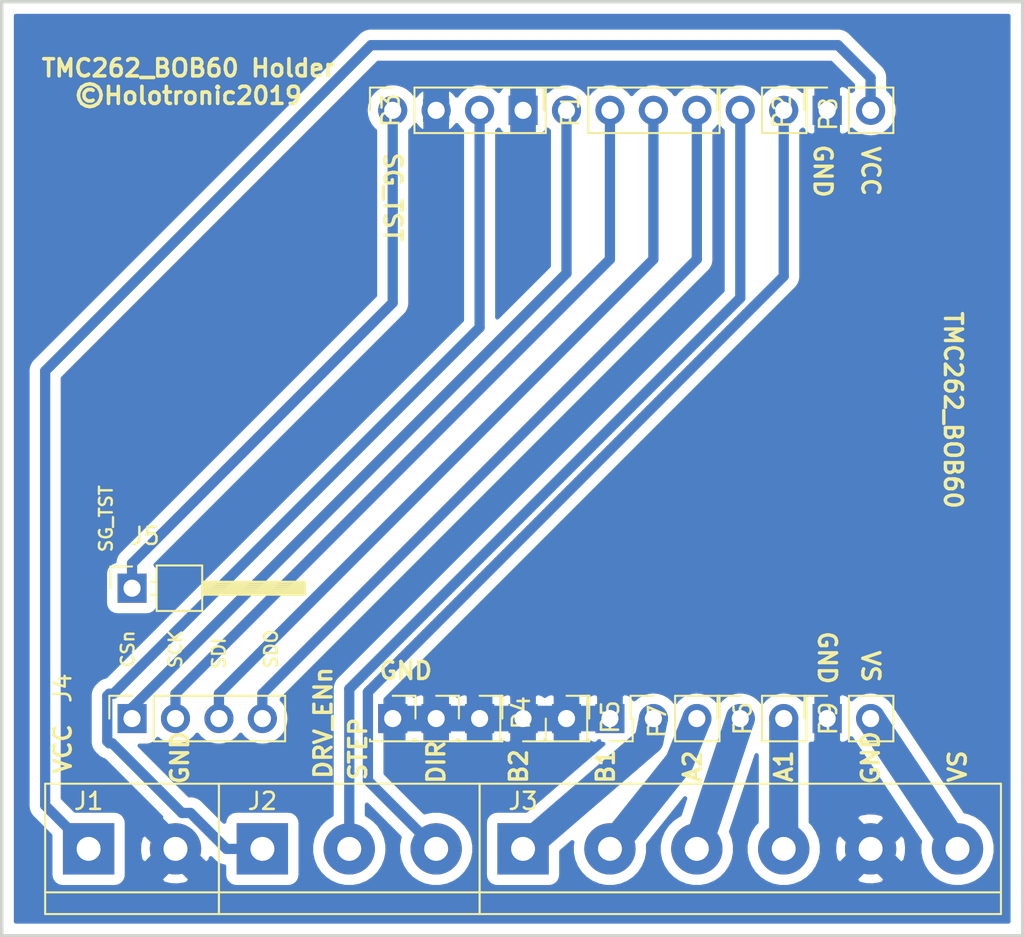
<source format=kicad_pcb>
(kicad_pcb (version 20171130) (host pcbnew 5.1.2-f72e74a~84~ubuntu18.04.1)

  (general
    (thickness 1.6)
    (drawings 28)
    (tracks 48)
    (zones 0)
    (modules 18)
    (nets 16)
  )

  (page User 105.004 148.006)
  (layers
    (0 F.Cu signal)
    (31 B.Cu signal)
    (32 B.Adhes user)
    (33 F.Adhes user)
    (34 B.Paste user)
    (35 F.Paste user)
    (36 B.SilkS user)
    (37 F.SilkS user)
    (38 B.Mask user)
    (39 F.Mask user)
    (40 Dwgs.User user)
    (41 Cmts.User user)
    (42 Eco1.User user)
    (43 Eco2.User user)
    (44 Edge.Cuts user)
    (45 Margin user)
    (46 B.CrtYd user)
    (47 F.CrtYd user)
    (48 B.Fab user)
    (49 F.Fab user)
  )

  (setup
    (last_trace_width 0.6)
    (trace_clearance 0.3)
    (zone_clearance 0.608)
    (zone_45_only no)
    (trace_min 0.6)
    (via_size 0.8)
    (via_drill 0.4)
    (via_min_size 0.4)
    (via_min_drill 0.3)
    (uvia_size 0.3)
    (uvia_drill 0.1)
    (uvias_allowed no)
    (uvia_min_size 0.2)
    (uvia_min_drill 0.1)
    (edge_width 0.15)
    (segment_width 0.2)
    (pcb_text_width 0.2)
    (pcb_text_size 1 1)
    (mod_edge_width 0.15)
    (mod_text_size 1 1)
    (mod_text_width 0.15)
    (pad_size 3 3)
    (pad_drill 1.4)
    (pad_to_mask_clearance 0.051)
    (solder_mask_min_width 0.25)
    (aux_axis_origin 82.463199 71.947741)
    (grid_origin 82.463199 71.947741)
    (visible_elements FFFFFF7F)
    (pcbplotparams
      (layerselection 0x01000_ffffffff)
      (usegerberextensions true)
      (usegerberattributes false)
      (usegerberadvancedattributes false)
      (creategerberjobfile false)
      (excludeedgelayer false)
      (linewidth 0.100000)
      (plotframeref false)
      (viasonmask false)
      (mode 1)
      (useauxorigin true)
      (hpglpennumber 1)
      (hpglpenspeed 20)
      (hpglpendiameter 15.000000)
      (psnegative false)
      (psa4output false)
      (plotreference true)
      (plotvalue true)
      (plotinvisibletext false)
      (padsonsilk false)
      (subtractmaskfromsilk false)
      (outputformat 1)
      (mirror false)
      (drillshape 0)
      (scaleselection 1)
      (outputdirectory "pcb2gcode/"))
  )

  (net 0 "")
  (net 1 GND)
  (net 2 /VCC)
  (net 3 /DIR)
  (net 4 /STEP)
  (net 5 /VS)
  (net 6 /A1)
  (net 7 /B2)
  (net 8 /A2)
  (net 9 /B1)
  (net 10 /SDO)
  (net 11 /SDI)
  (net 12 /SCK)
  (net 13 /CSn)
  (net 14 /DRV_ENn)
  (net 15 /SG_TST)

  (net_class Default "This is the default net class."
    (clearance 0.3)
    (trace_width 0.6)
    (via_dia 0.8)
    (via_drill 0.4)
    (uvia_dia 0.3)
    (uvia_drill 0.1)
    (diff_pair_width 0.6)
    (diff_pair_gap 0.25)
    (add_net /CSn)
    (add_net /DIR)
    (add_net /DRV_ENn)
    (add_net /SCK)
    (add_net /SDI)
    (add_net /SDO)
    (add_net /SG_TST)
    (add_net /STEP)
    (add_net /VCC)
    (add_net GND)
  )

  (net_class Pwr ""
    (clearance 0.3)
    (trace_width 1.7)
    (via_dia 0.8)
    (via_drill 0.4)
    (uvia_dia 0.3)
    (uvia_drill 0.1)
    (diff_pair_width 1.7)
    (diff_pair_gap 0.25)
    (add_net /A1)
    (add_net /A2)
    (add_net /B1)
    (add_net /B2)
    (add_net /VS)
  )

  (module Connector_PinSocket_2.54mm:PinSocket_1x01_P2.54mm_Vertical (layer F.Cu) (tedit 5A19A434) (tstamp 5D0E49A6)
    (at 55.7932 59.2477)
    (descr "Through hole straight socket strip, 1x01, 2.54mm pitch, single row (from Kicad 4.0.7), script generated")
    (tags "Through hole socket strip THT 1x01 2.54mm single row")
    (path /5D10EE68)
    (fp_text reference P13 (at 0 -2.77) (layer F.SilkS) hide
      (effects (font (size 1 1) (thickness 0.15)))
    )
    (fp_text value Conn_01x01 (at 0 2.77) (layer F.Fab) hide
      (effects (font (size 1 1) (thickness 0.15)))
    )
    (fp_text user %R (at 0 0) (layer F.Fab)
      (effects (font (size 1 1) (thickness 0.15)))
    )
    (fp_line (start -1.8 1.75) (end -1.8 -1.8) (layer F.CrtYd) (width 0.05))
    (fp_line (start 1.75 1.75) (end -1.8 1.75) (layer F.CrtYd) (width 0.05))
    (fp_line (start 1.75 -1.8) (end 1.75 1.75) (layer F.CrtYd) (width 0.05))
    (fp_line (start -1.8 -1.8) (end 1.75 -1.8) (layer F.CrtYd) (width 0.05))
    (fp_line (start 0 -1.33) (end 1.33 -1.33) (layer F.SilkS) (width 0.12))
    (fp_line (start 1.33 -1.33) (end 1.33 0) (layer F.SilkS) (width 0.12))
    (fp_line (start 1.33 1.21) (end 1.33 1.33) (layer F.SilkS) (width 0.12))
    (fp_line (start -1.33 1.21) (end -1.33 1.33) (layer F.SilkS) (width 0.12))
    (fp_line (start -1.33 1.33) (end 1.33 1.33) (layer F.SilkS) (width 0.12))
    (fp_line (start -1.27 1.27) (end -1.27 -1.27) (layer F.Fab) (width 0.1))
    (fp_line (start 1.27 1.27) (end -1.27 1.27) (layer F.Fab) (width 0.1))
    (fp_line (start 1.27 -0.635) (end 1.27 1.27) (layer F.Fab) (width 0.1))
    (fp_line (start 0.635 -1.27) (end 1.27 -0.635) (layer F.Fab) (width 0.1))
    (fp_line (start -1.27 -1.27) (end 0.635 -1.27) (layer F.Fab) (width 0.1))
    (pad 1 thru_hole rect (at 0 0) (size 1.7 1.7) (drill 1) (layers *.Cu *.Mask)
      (net 1 GND))
    (model ${KISYS3DMOD}/Connector_PinSocket_2.54mm.3dshapes/PinSocket_1x01_P2.54mm_Vertical.wrl
      (at (xyz 0 0 0))
      (scale (xyz 1 1 1))
      (rotate (xyz 0 0 0))
    )
  )

  (module Connector_PinSocket_2.54mm:PinSocket_1x01_P2.54mm_Vertical (layer F.Cu) (tedit 5A19A434) (tstamp 5D0E4992)
    (at 50.7132 59.2477)
    (descr "Through hole straight socket strip, 1x01, 2.54mm pitch, single row (from Kicad 4.0.7), script generated")
    (tags "Through hole socket strip THT 1x01 2.54mm single row")
    (path /5D10E5D1)
    (fp_text reference P12 (at 0 -2.77) (layer F.SilkS) hide
      (effects (font (size 1 1) (thickness 0.15)))
    )
    (fp_text value Conn_01x01 (at 0 2.77) (layer F.Fab) hide
      (effects (font (size 1 1) (thickness 0.15)))
    )
    (fp_text user %R (at 0 0) (layer F.Fab)
      (effects (font (size 1 1) (thickness 0.15)))
    )
    (fp_line (start -1.8 1.75) (end -1.8 -1.8) (layer F.CrtYd) (width 0.05))
    (fp_line (start 1.75 1.75) (end -1.8 1.75) (layer F.CrtYd) (width 0.05))
    (fp_line (start 1.75 -1.8) (end 1.75 1.75) (layer F.CrtYd) (width 0.05))
    (fp_line (start -1.8 -1.8) (end 1.75 -1.8) (layer F.CrtYd) (width 0.05))
    (fp_line (start 0 -1.33) (end 1.33 -1.33) (layer F.SilkS) (width 0.12))
    (fp_line (start 1.33 -1.33) (end 1.33 0) (layer F.SilkS) (width 0.12))
    (fp_line (start 1.33 1.21) (end 1.33 1.33) (layer F.SilkS) (width 0.12))
    (fp_line (start -1.33 1.21) (end -1.33 1.33) (layer F.SilkS) (width 0.12))
    (fp_line (start -1.33 1.33) (end 1.33 1.33) (layer F.SilkS) (width 0.12))
    (fp_line (start -1.27 1.27) (end -1.27 -1.27) (layer F.Fab) (width 0.1))
    (fp_line (start 1.27 1.27) (end -1.27 1.27) (layer F.Fab) (width 0.1))
    (fp_line (start 1.27 -0.635) (end 1.27 1.27) (layer F.Fab) (width 0.1))
    (fp_line (start 0.635 -1.27) (end 1.27 -0.635) (layer F.Fab) (width 0.1))
    (fp_line (start -1.27 -1.27) (end 0.635 -1.27) (layer F.Fab) (width 0.1))
    (pad 1 thru_hole rect (at 0 0) (size 1.7 1.7) (drill 1) (layers *.Cu *.Mask)
      (net 1 GND))
    (model ${KISYS3DMOD}/Connector_PinSocket_2.54mm.3dshapes/PinSocket_1x01_P2.54mm_Vertical.wrl
      (at (xyz 0 0 0))
      (scale (xyz 1 1 1))
      (rotate (xyz 0 0 0))
    )
  )

  (module Connector_PinSocket_2.54mm:PinSocket_1x01_P2.54mm_Vertical (layer F.Cu) (tedit 5A19A434) (tstamp 5D0E4155)
    (at 48.1732 59.2477)
    (descr "Through hole straight socket strip, 1x01, 2.54mm pitch, single row (from Kicad 4.0.7), script generated")
    (tags "Through hole socket strip THT 1x01 2.54mm single row")
    (path /5D0ED538)
    (fp_text reference P11 (at 0 -2.77) (layer F.SilkS) hide
      (effects (font (size 1 1) (thickness 0.15)))
    )
    (fp_text value Conn_01x01 (at 0 2.77) (layer F.Fab) hide
      (effects (font (size 1 1) (thickness 0.15)))
    )
    (fp_text user %R (at 0 0) (layer F.Fab)
      (effects (font (size 1 1) (thickness 0.15)))
    )
    (fp_line (start -1.8 1.75) (end -1.8 -1.8) (layer F.CrtYd) (width 0.05))
    (fp_line (start 1.75 1.75) (end -1.8 1.75) (layer F.CrtYd) (width 0.05))
    (fp_line (start 1.75 -1.8) (end 1.75 1.75) (layer F.CrtYd) (width 0.05))
    (fp_line (start -1.8 -1.8) (end 1.75 -1.8) (layer F.CrtYd) (width 0.05))
    (fp_line (start 0 -1.33) (end 1.33 -1.33) (layer F.SilkS) (width 0.12))
    (fp_line (start 1.33 -1.33) (end 1.33 0) (layer F.SilkS) (width 0.12))
    (fp_line (start 1.33 1.21) (end 1.33 1.33) (layer F.SilkS) (width 0.12))
    (fp_line (start -1.33 1.21) (end -1.33 1.33) (layer F.SilkS) (width 0.12))
    (fp_line (start -1.33 1.33) (end 1.33 1.33) (layer F.SilkS) (width 0.12))
    (fp_line (start -1.27 1.27) (end -1.27 -1.27) (layer F.Fab) (width 0.1))
    (fp_line (start 1.27 1.27) (end -1.27 1.27) (layer F.Fab) (width 0.1))
    (fp_line (start 1.27 -0.635) (end 1.27 1.27) (layer F.Fab) (width 0.1))
    (fp_line (start 0.635 -1.27) (end 1.27 -0.635) (layer F.Fab) (width 0.1))
    (fp_line (start -1.27 -1.27) (end 0.635 -1.27) (layer F.Fab) (width 0.1))
    (pad 1 thru_hole rect (at 0 0) (size 1.7 1.7) (drill 1) (layers *.Cu *.Mask)
      (net 1 GND))
    (model ${KISYS3DMOD}/Connector_PinSocket_2.54mm.3dshapes/PinSocket_1x01_P2.54mm_Vertical.wrl
      (at (xyz 0 0 0))
      (scale (xyz 1 1 1))
      (rotate (xyz 0 0 0))
    )
  )

  (module Connector_PinSocket_2.54mm:PinSocket_1x01_P2.54mm_Vertical (layer F.Cu) (tedit 5A19A434) (tstamp 5D0E4141)
    (at 45.6332 59.2477)
    (descr "Through hole straight socket strip, 1x01, 2.54mm pitch, single row (from Kicad 4.0.7), script generated")
    (tags "Through hole socket strip THT 1x01 2.54mm single row")
    (path /5D0EC96B)
    (fp_text reference P10 (at 0 -2.77) (layer F.SilkS) hide
      (effects (font (size 1 1) (thickness 0.15)))
    )
    (fp_text value Conn_01x01 (at 0 2.77) (layer F.Fab) hide
      (effects (font (size 1 1) (thickness 0.15)))
    )
    (fp_text user %R (at 0 0) (layer F.Fab)
      (effects (font (size 1 1) (thickness 0.15)))
    )
    (fp_line (start -1.8 1.75) (end -1.8 -1.8) (layer F.CrtYd) (width 0.05))
    (fp_line (start 1.75 1.75) (end -1.8 1.75) (layer F.CrtYd) (width 0.05))
    (fp_line (start 1.75 -1.8) (end 1.75 1.75) (layer F.CrtYd) (width 0.05))
    (fp_line (start -1.8 -1.8) (end 1.75 -1.8) (layer F.CrtYd) (width 0.05))
    (fp_line (start 0 -1.33) (end 1.33 -1.33) (layer F.SilkS) (width 0.12))
    (fp_line (start 1.33 -1.33) (end 1.33 0) (layer F.SilkS) (width 0.12))
    (fp_line (start 1.33 1.21) (end 1.33 1.33) (layer F.SilkS) (width 0.12))
    (fp_line (start -1.33 1.21) (end -1.33 1.33) (layer F.SilkS) (width 0.12))
    (fp_line (start -1.33 1.33) (end 1.33 1.33) (layer F.SilkS) (width 0.12))
    (fp_line (start -1.27 1.27) (end -1.27 -1.27) (layer F.Fab) (width 0.1))
    (fp_line (start 1.27 1.27) (end -1.27 1.27) (layer F.Fab) (width 0.1))
    (fp_line (start 1.27 -0.635) (end 1.27 1.27) (layer F.Fab) (width 0.1))
    (fp_line (start 0.635 -1.27) (end 1.27 -0.635) (layer F.Fab) (width 0.1))
    (fp_line (start -1.27 -1.27) (end 0.635 -1.27) (layer F.Fab) (width 0.1))
    (pad 1 thru_hole rect (at 0 0) (size 1.7 1.7) (drill 1) (layers *.Cu *.Mask)
      (net 1 GND))
    (model ${KISYS3DMOD}/Connector_PinSocket_2.54mm.3dshapes/PinSocket_1x01_P2.54mm_Vertical.wrl
      (at (xyz 0 0 0))
      (scale (xyz 1 1 1))
      (rotate (xyz 0 0 0))
    )
  )

  (module Connector_PinHeader_2.54mm:PinHeader_1x01_P2.54mm_Horizontal (layer F.Cu) (tedit 5CAA2010) (tstamp 5CD08FBA)
    (at 30.3932 51.6277)
    (descr "Through hole angled pin header, 1x01, 2.54mm pitch, 6mm pin length, single row")
    (tags "Through hole angled pin header THT 1x01 2.54mm single row")
    (path /5C9D9473)
    (fp_text reference J5 (at 0.761999 -3.047959) (layer F.SilkS)
      (effects (font (size 1 1) (thickness 0.15)))
    )
    (fp_text value Conn_01x01 (at 4.385 2.27) (layer F.Fab) hide
      (effects (font (size 1 1) (thickness 0.15)))
    )
    (fp_line (start 2.135 -1.27) (end 4.04 -1.27) (layer F.Fab) (width 0.1))
    (fp_line (start 4.04 -1.27) (end 4.04 1.27) (layer F.Fab) (width 0.1))
    (fp_line (start 4.04 1.27) (end 1.5 1.27) (layer F.Fab) (width 0.1))
    (fp_line (start 1.5 1.27) (end 1.5 -0.635) (layer F.Fab) (width 0.1))
    (fp_line (start 1.5 -0.635) (end 2.135 -1.27) (layer F.Fab) (width 0.1))
    (fp_line (start -0.32 -0.32) (end 1.5 -0.32) (layer F.Fab) (width 0.1))
    (fp_line (start -0.32 -0.32) (end -0.32 0.32) (layer F.Fab) (width 0.1))
    (fp_line (start -0.32 0.32) (end 1.5 0.32) (layer F.Fab) (width 0.1))
    (fp_line (start 4.04 -0.32) (end 10.04 -0.32) (layer F.Fab) (width 0.1))
    (fp_line (start 10.04 -0.32) (end 10.04 0.32) (layer F.Fab) (width 0.1))
    (fp_line (start 4.04 0.32) (end 10.04 0.32) (layer F.Fab) (width 0.1))
    (fp_line (start 1.44 -1.33) (end 1.44 1.33) (layer F.SilkS) (width 0.12))
    (fp_line (start 1.44 1.33) (end 4.1 1.33) (layer F.SilkS) (width 0.12))
    (fp_line (start 4.1 1.33) (end 4.1 -1.33) (layer F.SilkS) (width 0.12))
    (fp_line (start 4.1 -1.33) (end 1.44 -1.33) (layer F.SilkS) (width 0.12))
    (fp_line (start 4.1 -0.38) (end 10.1 -0.38) (layer F.SilkS) (width 0.12))
    (fp_line (start 10.1 -0.38) (end 10.1 0.38) (layer F.SilkS) (width 0.12))
    (fp_line (start 10.1 0.38) (end 4.1 0.38) (layer F.SilkS) (width 0.12))
    (fp_line (start 4.1 -0.32) (end 10.1 -0.32) (layer F.SilkS) (width 0.12))
    (fp_line (start 4.1 -0.2) (end 10.1 -0.2) (layer F.SilkS) (width 0.12))
    (fp_line (start 4.1 -0.08) (end 10.1 -0.08) (layer F.SilkS) (width 0.12))
    (fp_line (start 4.1 0.04) (end 10.1 0.04) (layer F.SilkS) (width 0.12))
    (fp_line (start 4.1 0.16) (end 10.1 0.16) (layer F.SilkS) (width 0.12))
    (fp_line (start 4.1 0.28) (end 10.1 0.28) (layer F.SilkS) (width 0.12))
    (fp_line (start 1.11 -0.38) (end 1.44 -0.38) (layer F.SilkS) (width 0.12))
    (fp_line (start 1.11 0.38) (end 1.44 0.38) (layer F.SilkS) (width 0.12))
    (fp_line (start -1.27 0) (end -1.27 -1.27) (layer F.SilkS) (width 0.12))
    (fp_line (start -1.27 -1.27) (end 0 -1.27) (layer F.SilkS) (width 0.12))
    (fp_line (start -1.8 -1.8) (end -1.8 1.8) (layer F.CrtYd) (width 0.05))
    (fp_line (start -1.8 1.8) (end 10.55 1.8) (layer F.CrtYd) (width 0.05))
    (fp_line (start 10.55 1.8) (end 10.55 -1.8) (layer F.CrtYd) (width 0.05))
    (fp_line (start 10.55 -1.8) (end -1.8 -1.8) (layer F.CrtYd) (width 0.05))
    (fp_text user %R (at 2.77 0 90) (layer F.Fab)
      (effects (font (size 1 1) (thickness 0.15)))
    )
    (pad 1 thru_hole rect (at 0 0) (size 1.7 1.7) (drill 1) (layers *.Cu *.Mask)
      (net 15 /SG_TST))
    (model ${KISYS3DMOD}/Connector_PinHeader_2.54mm.3dshapes/PinHeader_1x01_P2.54mm_Horizontal.wrl
      (at (xyz 0 0 0))
      (scale (xyz 1 1 1))
      (rotate (xyz 0 0 0))
    )
  )

  (module Connector_PinSocket_2.54mm:PinSocket_1x04_P2.54mm_Vertical_Shrouded-4_Wall_Latch_Holder (layer F.Cu) (tedit 5CA9051B) (tstamp 5CD0919B)
    (at 30.3932 59.2477 90)
    (descr "Through hole straight socket strip ,Shrouded - 4 Wall Latch Holder 1x04, 2.54mm pitch, single row")
    (tags "Through hole socket strip Shrouded-4 Wall Latch Holder THT 1x04 2.54mm single row")
    (path /5C990EEE)
    (fp_text reference J4 (at 1.777959 -4.064001 90) (layer F.SilkS)
      (effects (font (size 1 1) (thickness 0.15)))
    )
    (fp_text value Conn_01x04 (at 0 10.39 90) (layer F.Fab) hide
      (effects (font (size 1 1) (thickness 0.15)))
    )
    (fp_line (start -1.27 -1.27) (end 0.635 -1.27) (layer F.Fab) (width 0.1))
    (fp_line (start 0.635 -1.27) (end 1.27 -0.635) (layer F.Fab) (width 0.1))
    (fp_line (start 1.27 -0.635) (end 1.27 8.89) (layer F.Fab) (width 0.1))
    (fp_line (start 1.27 8.89) (end -1.27 8.89) (layer F.Fab) (width 0.1))
    (fp_line (start -1.27 8.89) (end -1.27 -1.27) (layer F.Fab) (width 0.1))
    (fp_line (start -1.33 1.27) (end 1.33 1.27) (layer F.SilkS) (width 0.12))
    (fp_line (start -1.33 1.27) (end -1.33 8.95) (layer F.SilkS) (width 0.12))
    (fp_line (start -1.33 8.95) (end 1.33 8.95) (layer F.SilkS) (width 0.12))
    (fp_line (start 1.33 1.27) (end 1.33 8.95) (layer F.SilkS) (width 0.12))
    (fp_line (start 1.33 -1.33) (end 1.33 0) (layer F.SilkS) (width 0.12))
    (fp_line (start 0 -1.33) (end 1.33 -1.33) (layer F.SilkS) (width 0.12))
    (fp_line (start -1.8 -1.8) (end 1.75 -1.8) (layer F.CrtYd) (width 0.05))
    (fp_line (start 1.75 -1.8) (end 1.75 9.4) (layer F.CrtYd) (width 0.05))
    (fp_line (start 1.75 9.4) (end -1.8 9.4) (layer F.CrtYd) (width 0.05))
    (fp_line (start -1.8 9.4) (end -1.8 -1.8) (layer F.CrtYd) (width 0.05))
    (fp_text user %R (at 0 3.81 180) (layer F.Fab)
      (effects (font (size 1 1) (thickness 0.15)))
    )
    (pad 1 thru_hole rect (at 0 0 90) (size 1.7 1.7) (drill 1) (layers *.Cu *.Mask)
      (net 13 /CSn))
    (pad 2 thru_hole oval (at 0 2.54 90) (size 1.7 1.7) (drill 1) (layers *.Cu *.Mask)
      (net 12 /SCK))
    (pad 3 thru_hole oval (at 0 5.08 90) (size 1.7 1.7) (drill 1) (layers *.Cu *.Mask)
      (net 11 /SDI))
    (pad 4 thru_hole oval (at 0 7.62 90) (size 1.7 1.7) (drill 1) (layers *.Cu *.Mask)
      (net 10 /SDO))
    (model /home/mib/Documents/CNC/FreeCad_files/2019/Kicad_Components/Conn_01x04_Latch.step
      (at (xyz 0 0 0))
      (scale (xyz 1 1 1))
      (rotate (xyz 0 0 0))
    )
  )

  (module TerminalBlock:TerminalBlock_bornier-6_P5.08mm (layer F.Cu) (tedit 5C995865) (tstamp 5CD0909A)
    (at 53.2531 66.8677)
    (descr "simple 6pin terminal block, pitch 5.08mm, revamped version of bornier6")
    (tags "terminal block bornier6")
    (path /5C9909F8)
    (fp_text reference J3 (at 0 -2.794) (layer F.SilkS)
      (effects (font (size 1 1) (thickness 0.15)))
    )
    (fp_text value Conn_01x06_Male (at 11.938 3.556) (layer F.Fab)
      (effects (font (size 1 1) (thickness 0.15)))
    )
    (fp_text user %R (at 12.7 0) (layer F.Fab)
      (effects (font (size 1 1) (thickness 0.15)))
    )
    (fp_line (start -2.5 2.55) (end 27.9 2.55) (layer F.Fab) (width 0.1))
    (fp_line (start -2.5 -3.75) (end -2.5 3.75) (layer F.Fab) (width 0.1))
    (fp_line (start -2.5 3.75) (end 27.9 3.75) (layer F.Fab) (width 0.1))
    (fp_line (start 27.9 3.75) (end 27.9 -3.75) (layer F.Fab) (width 0.1))
    (fp_line (start 27.9 -3.75) (end -2.5 -3.75) (layer F.Fab) (width 0.1))
    (fp_line (start -2.54 -3.81) (end -2.54 3.81) (layer F.SilkS) (width 0.12))
    (fp_line (start 27.94 3.81) (end 27.94 -3.81) (layer F.SilkS) (width 0.12))
    (fp_line (start -2.54 2.54) (end 27.94 2.54) (layer F.SilkS) (width 0.12))
    (fp_line (start -2.54 -3.81) (end 27.94 -3.81) (layer F.SilkS) (width 0.12))
    (fp_line (start -2.54 3.81) (end 27.94 3.81) (layer F.SilkS) (width 0.12))
    (fp_line (start -2.75 -4) (end 28.15 -4) (layer F.CrtYd) (width 0.05))
    (fp_line (start -2.75 -4) (end -2.75 4) (layer F.CrtYd) (width 0.05))
    (fp_line (start 28.15 4) (end 28.15 -4) (layer F.CrtYd) (width 0.05))
    (fp_line (start 28.15 4) (end -2.75 4) (layer F.CrtYd) (width 0.05))
    (pad 2 thru_hole circle (at 5.08 0) (size 3 3) (drill 1.4) (layers *.Cu *.Mask)
      (net 9 /B1))
    (pad 3 thru_hole circle (at 10.16 0) (size 3 3) (drill 1.4) (layers *.Cu *.Mask)
      (net 8 /A2))
    (pad 1 thru_hole rect (at 0 0) (size 3 3) (drill 1.4) (layers *.Cu *.Mask)
      (net 7 /B2))
    (pad 4 thru_hole circle (at 15.24 0) (size 3 3) (drill 1.4) (layers *.Cu *.Mask)
      (net 6 /A1))
    (pad 5 thru_hole circle (at 20.32 0) (size 3 3) (drill 1.4) (layers *.Cu *.Mask)
      (net 1 GND))
    (pad 6 thru_hole circle (at 25.4 0) (size 3 3) (drill 1.4) (layers *.Cu *.Mask)
      (net 5 /VS))
    (model /home/mib/Documents/CNC/FreeCad_files/2019/Kicad_Components/TerminalBlock_bornier-6_P5.08mm.step
      (at (xyz 0 0 0))
      (scale (xyz 1 1 1))
      (rotate (xyz 0 0 0))
    )
  )

  (module TerminalBlock:TerminalBlock_bornier-3_P5.08mm (layer F.Cu) (tedit 5CA90B70) (tstamp 5CD09058)
    (at 38.0132 66.8677)
    (descr "simple 3-pin terminal block, pitch 5.08mm, revamped version of bornier3")
    (tags "terminal block bornier3")
    (path /5C990C3F)
    (fp_text reference J2 (at 0 -2.794) (layer F.SilkS)
      (effects (font (size 1 1) (thickness 0.15)))
    )
    (fp_text value Conn_01x03_Male (at 5.334 3.048) (layer F.Fab) hide
      (effects (font (size 1 1) (thickness 0.15)))
    )
    (fp_text user %R (at 5.08 0) (layer F.Fab)
      (effects (font (size 1 1) (thickness 0.15)))
    )
    (fp_line (start -2.47 2.55) (end 12.63 2.55) (layer F.Fab) (width 0.1))
    (fp_line (start -2.47 -3.75) (end 12.63 -3.75) (layer F.Fab) (width 0.1))
    (fp_line (start 12.63 -3.75) (end 12.63 3.75) (layer F.Fab) (width 0.1))
    (fp_line (start 12.63 3.75) (end -2.47 3.75) (layer F.Fab) (width 0.1))
    (fp_line (start -2.47 3.75) (end -2.47 -3.75) (layer F.Fab) (width 0.1))
    (fp_line (start -2.54 3.81) (end -2.54 -3.81) (layer F.SilkS) (width 0.12))
    (fp_line (start 12.7 3.81) (end 12.7 -3.81) (layer F.SilkS) (width 0.12))
    (fp_line (start -2.54 2.54) (end 12.7 2.54) (layer F.SilkS) (width 0.12))
    (fp_line (start -2.54 -3.81) (end 12.7 -3.81) (layer F.SilkS) (width 0.12))
    (fp_line (start -2.54 3.81) (end 12.7 3.81) (layer F.SilkS) (width 0.12))
    (fp_line (start -2.72 -4) (end 12.88 -4) (layer F.CrtYd) (width 0.05))
    (fp_line (start -2.72 -4) (end -2.72 4) (layer F.CrtYd) (width 0.05))
    (fp_line (start 12.88 4) (end 12.88 -4) (layer F.CrtYd) (width 0.05))
    (fp_line (start 12.88 4) (end -2.72 4) (layer F.CrtYd) (width 0.05))
    (pad 1 thru_hole rect (at 0 0) (size 3 3) (drill 1.4) (layers *.Cu *.Mask)
      (net 14 /DRV_ENn))
    (pad 2 thru_hole circle (at 5.08 0) (size 3 3) (drill 1.4) (layers *.Cu *.Mask)
      (net 4 /STEP))
    (pad 3 thru_hole circle (at 10.16 0) (size 3 3) (drill 1.4) (layers *.Cu *.Mask)
      (net 3 /DIR))
    (model /home/mib/Documents/CNC/FreeCad_files/2019/Kicad_Components/TerminalBlock_bornier-3_P5.08mm.step
      (at (xyz 0 0 0))
      (scale (xyz 1 1 1))
      (rotate (xyz 0 0 0))
    )
  )

  (module TerminalBlock:TerminalBlock_bornier-2_P5.08mm (layer F.Cu) (tedit 5D0E579A) (tstamp 5CD090DE)
    (at 27.8532 66.8677)
    (descr "simple 2-pin terminal block, pitch 5.08mm, revamped version of bornier2")
    (tags "terminal block bornier2")
    (path /5C990B68)
    (fp_text reference J1 (at 0 -2.794) (layer F.SilkS)
      (effects (font (size 1 1) (thickness 0.15)))
    )
    (fp_text value Conn_01x02_Male (at -0.762 3.556) (layer F.Fab) hide
      (effects (font (size 1 1) (thickness 0.15)))
    )
    (fp_text user %R (at 2.54 0) (layer F.Fab)
      (effects (font (size 1 1) (thickness 0.15)))
    )
    (fp_line (start -2.41 2.55) (end 7.49 2.55) (layer F.Fab) (width 0.1))
    (fp_line (start -2.46 -3.75) (end -2.46 3.75) (layer F.Fab) (width 0.1))
    (fp_line (start -2.46 3.75) (end 7.54 3.75) (layer F.Fab) (width 0.1))
    (fp_line (start 7.54 3.75) (end 7.54 -3.75) (layer F.Fab) (width 0.1))
    (fp_line (start 7.54 -3.75) (end -2.46 -3.75) (layer F.Fab) (width 0.1))
    (fp_line (start 7.62 2.54) (end -2.54 2.54) (layer F.SilkS) (width 0.12))
    (fp_line (start 7.62 3.81) (end 7.62 -3.81) (layer F.SilkS) (width 0.12))
    (fp_line (start 7.62 -3.81) (end -2.54 -3.81) (layer F.SilkS) (width 0.12))
    (fp_line (start -2.54 -3.81) (end -2.54 3.81) (layer F.SilkS) (width 0.12))
    (fp_line (start -2.54 3.81) (end 7.62 3.81) (layer F.SilkS) (width 0.12))
    (fp_line (start -2.71 -4) (end 7.79 -4) (layer F.CrtYd) (width 0.05))
    (fp_line (start -2.71 -4) (end -2.71 4) (layer F.CrtYd) (width 0.05))
    (fp_line (start 7.79 4) (end 7.79 -4) (layer F.CrtYd) (width 0.05))
    (fp_line (start 7.79 4) (end -2.71 4) (layer F.CrtYd) (width 0.05))
    (pad 1 thru_hole rect (at 0 0) (size 3 3) (drill 1.4) (layers *.Cu *.Mask)
      (net 2 /VCC))
    (pad 2 thru_hole circle (at 5.08 0) (size 3 3) (drill 1.4) (layers *.Cu *.Mask)
      (net 1 GND))
    (model /home/mib/TerminalBlock_bornier_2_P5_08mm_fp001.step
      (at (xyz 0 0 0))
      (scale (xyz 1 1 1))
      (rotate (xyz 0 0 0))
    )
  )

  (module Connector_PinSocket_2.54mm:PinSocket_1x04_P2.54mm_Vertical (layer F.Cu) (tedit 5C9A7FDC) (tstamp 5CD091E0)
    (at 55.7932 23.6877 90)
    (descr "Through hole straight socket strip, 1x04, 2.54mm pitch, single row (from Kicad 4.0.7), script generated")
    (tags "Through hole socket strip THT 1x04 2.54mm single row")
    (path /5C9A85D3)
    (fp_text reference P1 (at 0 0.229219 90) (layer F.SilkS)
      (effects (font (size 1 1) (thickness 0.15)))
    )
    (fp_text value Conn_01x04 (at 0 10.39 90) (layer F.Fab) hide
      (effects (font (size 1 1) (thickness 0.15)))
    )
    (fp_text user %R (at 0 3.81 180) (layer F.Fab)
      (effects (font (size 1 1) (thickness 0.15)))
    )
    (fp_line (start -1.8 9.4) (end -1.8 -1.8) (layer F.CrtYd) (width 0.05))
    (fp_line (start 1.75 9.4) (end -1.8 9.4) (layer F.CrtYd) (width 0.05))
    (fp_line (start 1.75 -1.8) (end 1.75 9.4) (layer F.CrtYd) (width 0.05))
    (fp_line (start -1.8 -1.8) (end 1.75 -1.8) (layer F.CrtYd) (width 0.05))
    (fp_line (start 0 -1.33) (end 1.33 -1.33) (layer F.SilkS) (width 0.12))
    (fp_line (start 1.33 -1.33) (end 1.33 0) (layer F.SilkS) (width 0.12))
    (fp_line (start 1.33 1.27) (end 1.33 8.95) (layer F.SilkS) (width 0.12))
    (fp_line (start -1.33 8.95) (end 1.33 8.95) (layer F.SilkS) (width 0.12))
    (fp_line (start -1.33 1.27) (end -1.33 8.95) (layer F.SilkS) (width 0.12))
    (fp_line (start -1.33 1.27) (end 1.33 1.27) (layer F.SilkS) (width 0.12))
    (fp_line (start -1.27 8.89) (end -1.27 -1.27) (layer F.Fab) (width 0.1))
    (fp_line (start 1.27 8.89) (end -1.27 8.89) (layer F.Fab) (width 0.1))
    (fp_line (start 1.27 -0.635) (end 1.27 8.89) (layer F.Fab) (width 0.1))
    (fp_line (start 0.635 -1.27) (end 1.27 -0.635) (layer F.Fab) (width 0.1))
    (fp_line (start -1.27 -1.27) (end 0.635 -1.27) (layer F.Fab) (width 0.1))
    (pad 4 thru_hole oval (at 0 7.62 90) (size 1.7 1.7) (drill 1) (layers *.Cu *.Mask)
      (net 10 /SDO))
    (pad 3 thru_hole oval (at 0 5.08 90) (size 1.7 1.7) (drill 1) (layers *.Cu *.Mask)
      (net 11 /SDI))
    (pad 2 thru_hole oval (at 0 2.54 90) (size 1.7 1.7) (drill 1) (layers *.Cu *.Mask)
      (net 12 /SCK))
    (pad 1 thru_hole oval (at 0 0 90) (size 1.7 1.7) (drill 1) (layers *.Cu *.Mask)
      (net 13 /CSn))
    (model ${KISYS3DMOD}/Connector_PinSocket_2.54mm.3dshapes/PinSocket_1x04_P2.54mm_Vertical.wrl
      (at (xyz 0 0 0))
      (scale (xyz 1 1 1))
      (rotate (xyz 0 0 0))
    )
  )

  (module Connector_PinSocket_2.54mm:PinSocket_1x02_P2.54mm_Vertical (layer F.Cu) (tedit 5CAA1F95) (tstamp 5D0E36F3)
    (at 65.9532 23.6877 90)
    (descr "Through hole straight socket strip, 1x02, 2.54mm pitch, single row (from Kicad 4.0.7), script generated")
    (tags "Through hole socket strip THT 1x02 2.54mm single row")
    (path /5C9A9232)
    (fp_text reference P2 (at -0.087579 2.440781 270) (layer F.SilkS)
      (effects (font (size 1 1) (thickness 0.15)))
    )
    (fp_text value Conn_01x02 (at 0 5.31 270) (layer F.Fab) hide
      (effects (font (size 1 1) (thickness 0.15)))
    )
    (fp_text user %R (at 0 1.27) (layer F.Fab)
      (effects (font (size 1 1) (thickness 0.15)))
    )
    (fp_line (start -1.8 4.3) (end -1.8 -1.8) (layer F.CrtYd) (width 0.05))
    (fp_line (start 1.75 4.3) (end -1.8 4.3) (layer F.CrtYd) (width 0.05))
    (fp_line (start 1.75 -1.8) (end 1.75 4.3) (layer F.CrtYd) (width 0.05))
    (fp_line (start -1.8 -1.8) (end 1.75 -1.8) (layer F.CrtYd) (width 0.05))
    (fp_line (start 0 -1.33) (end 1.33 -1.33) (layer F.SilkS) (width 0.12))
    (fp_line (start 1.33 -1.33) (end 1.33 0) (layer F.SilkS) (width 0.12))
    (fp_line (start 1.33 1.27) (end 1.33 3.87) (layer F.SilkS) (width 0.12))
    (fp_line (start -1.33 3.87) (end 1.33 3.87) (layer F.SilkS) (width 0.12))
    (fp_line (start -1.33 1.27) (end -1.33 3.87) (layer F.SilkS) (width 0.12))
    (fp_line (start -1.33 1.27) (end 1.33 1.27) (layer F.SilkS) (width 0.12))
    (fp_line (start -1.27 3.81) (end -1.27 -1.27) (layer F.Fab) (width 0.1))
    (fp_line (start 1.27 3.81) (end -1.27 3.81) (layer F.Fab) (width 0.1))
    (fp_line (start 1.27 -0.635) (end 1.27 3.81) (layer F.Fab) (width 0.1))
    (fp_line (start 0.635 -1.27) (end 1.27 -0.635) (layer F.Fab) (width 0.1))
    (fp_line (start -1.27 -1.27) (end 0.635 -1.27) (layer F.Fab) (width 0.1))
    (pad 2 thru_hole oval (at 0 2.54 90) (size 1.7 1.7) (drill 1) (layers *.Cu *.Mask)
      (net 3 /DIR))
    (pad 1 thru_hole oval (at 0 0 90) (size 1.7 1.7) (drill 1) (layers *.Cu *.Mask)
      (net 4 /STEP))
    (model ${KISYS3DMOD}/Connector_PinSocket_2.54mm.3dshapes/PinSocket_1x02_P2.54mm_Vertical.wrl
      (at (xyz 0 0 0))
      (scale (xyz 1 1 1))
      (rotate (xyz 0 0 0))
    )
  )

  (module Connector_PinSocket_2.54mm:PinSocket_1x04_P2.54mm_Vertical (layer F.Cu) (tedit 5CABB420) (tstamp 5CD0911D)
    (at 45.6332 23.6877 90)
    (descr "Through hole straight socket strip, 1x04, 2.54mm pitch, single row (from Kicad 4.0.7), script generated")
    (tags "Through hole socket strip THT 1x04 2.54mm single row")
    (path /5C9A931C)
    (fp_text reference P3 (at 0 -0.110781 90) (layer F.SilkS)
      (effects (font (size 1 1) (thickness 0.15)))
    )
    (fp_text value Conn_01x04 (at 0 10.39 90) (layer F.Fab) hide
      (effects (font (size 1 1) (thickness 0.15)))
    )
    (fp_line (start -1.27 -1.27) (end 0.635 -1.27) (layer F.Fab) (width 0.1))
    (fp_line (start 0.635 -1.27) (end 1.27 -0.635) (layer F.Fab) (width 0.1))
    (fp_line (start 1.27 -0.635) (end 1.27 8.89) (layer F.Fab) (width 0.1))
    (fp_line (start 1.27 8.89) (end -1.27 8.89) (layer F.Fab) (width 0.1))
    (fp_line (start -1.27 8.89) (end -1.27 -1.27) (layer F.Fab) (width 0.1))
    (fp_line (start -1.33 1.27) (end 1.33 1.27) (layer F.SilkS) (width 0.12))
    (fp_line (start -1.33 1.27) (end -1.33 8.95) (layer F.SilkS) (width 0.12))
    (fp_line (start -1.33 8.95) (end 1.33 8.95) (layer F.SilkS) (width 0.12))
    (fp_line (start 1.33 1.27) (end 1.33 8.95) (layer F.SilkS) (width 0.12))
    (fp_line (start 1.33 -1.33) (end 1.33 0) (layer F.SilkS) (width 0.12))
    (fp_line (start 0 -1.33) (end 1.33 -1.33) (layer F.SilkS) (width 0.12))
    (fp_line (start -1.8 -1.8) (end 1.75 -1.8) (layer F.CrtYd) (width 0.05))
    (fp_line (start 1.75 -1.8) (end 1.75 9.4) (layer F.CrtYd) (width 0.05))
    (fp_line (start 1.75 9.4) (end -1.8 9.4) (layer F.CrtYd) (width 0.05))
    (fp_line (start -1.8 9.4) (end -1.8 -1.8) (layer F.CrtYd) (width 0.05))
    (fp_text user %R (at 0 3.81 180) (layer F.Fab)
      (effects (font (size 1 1) (thickness 0.15)))
    )
    (pad 1 thru_hole oval (at 0 0 90) (size 1.7 1.7) (drill 1) (layers *.Cu *.Mask)
      (net 15 /SG_TST))
    (pad 2 thru_hole oval (at 0 2.54 90) (size 1.7 1.7) (drill 1) (layers *.Cu *.Mask)
      (net 1 GND))
    (pad 3 thru_hole oval (at 0 5.08 90) (size 1.7 1.7) (drill 1) (layers *.Cu *.Mask)
      (net 14 /DRV_ENn))
    (pad 4 thru_hole rect (at 0 7.62 90) (size 1.7 1.7) (drill 1) (layers *.Cu *.Mask)
      (net 1 GND))
    (model ${KISYS3DMOD}/Connector_PinSocket_2.54mm.3dshapes/PinSocket_1x04_P2.54mm_Vertical.wrl
      (at (xyz 0 0 0))
      (scale (xyz 1 1 1))
      (rotate (xyz 0 0 0))
    )
  )

  (module Connector_PinSocket_2.54mm:PinSocket_1x01_P2.54mm_Vertical (layer F.Cu) (tedit 5C9A8005) (tstamp 5CD0915E)
    (at 53.2532 59.2477 270)
    (descr "Through hole straight socket strip, 1x01, 2.54mm pitch, single row (from Kicad 4.0.7), script generated")
    (tags "Through hole socket strip THT 1x01 2.54mm single row")
    (path /5C9B4704)
    (fp_text reference P4 (at -0.337579 0.110781 270) (layer F.SilkS)
      (effects (font (size 1 1) (thickness 0.15)))
    )
    (fp_text value Conn_01x01 (at 0 2.77 270) (layer F.Fab) hide
      (effects (font (size 1 1) (thickness 0.15)))
    )
    (fp_text user %R (at 0 0 270) (layer F.Fab)
      (effects (font (size 1 1) (thickness 0.15)))
    )
    (fp_line (start -1.8 1.75) (end -1.8 -1.8) (layer F.CrtYd) (width 0.05))
    (fp_line (start 1.75 1.75) (end -1.8 1.75) (layer F.CrtYd) (width 0.05))
    (fp_line (start 1.75 -1.8) (end 1.75 1.75) (layer F.CrtYd) (width 0.05))
    (fp_line (start -1.8 -1.8) (end 1.75 -1.8) (layer F.CrtYd) (width 0.05))
    (fp_line (start 0 -1.33) (end 1.33 -1.33) (layer F.SilkS) (width 0.12))
    (fp_line (start 1.33 -1.33) (end 1.33 0) (layer F.SilkS) (width 0.12))
    (fp_line (start 1.33 1.21) (end 1.33 1.33) (layer F.SilkS) (width 0.12))
    (fp_line (start -1.33 1.21) (end -1.33 1.33) (layer F.SilkS) (width 0.12))
    (fp_line (start -1.33 1.33) (end 1.33 1.33) (layer F.SilkS) (width 0.12))
    (fp_line (start -1.27 1.27) (end -1.27 -1.27) (layer F.Fab) (width 0.1))
    (fp_line (start 1.27 1.27) (end -1.27 1.27) (layer F.Fab) (width 0.1))
    (fp_line (start 1.27 -0.635) (end 1.27 1.27) (layer F.Fab) (width 0.1))
    (fp_line (start 0.635 -1.27) (end 1.27 -0.635) (layer F.Fab) (width 0.1))
    (fp_line (start -1.27 -1.27) (end 0.635 -1.27) (layer F.Fab) (width 0.1))
    (pad 1 thru_hole rect (at 0 0 270) (size 1.7 1.7) (drill 1) (layers *.Cu *.Mask)
      (net 1 GND))
    (model ${KISYS3DMOD}/Connector_PinSocket_2.54mm.3dshapes/PinSocket_1x01_P2.54mm_Vertical.wrl
      (at (xyz 0 0 0))
      (scale (xyz 1 1 1))
      (rotate (xyz 0 0 0))
    )
  )

  (module Connector_PinSocket_2.54mm:PinSocket_1x01_P2.54mm_Vertical (layer F.Cu) (tedit 5C9A801B) (tstamp 5CD08E6A)
    (at 58.3332 59.2477 270)
    (descr "Through hole straight socket strip, 1x01, 2.54mm pitch, single row (from Kicad 4.0.7), script generated")
    (tags "Through hole socket strip THT 1x01 2.54mm single row")
    (path /5C9B477F)
    (fp_text reference P5 (at -0.087579 -0.019219 270) (layer F.SilkS)
      (effects (font (size 1 1) (thickness 0.15)))
    )
    (fp_text value Conn_01x01 (at 0 2.77 270) (layer F.Fab) hide
      (effects (font (size 1 1) (thickness 0.15)))
    )
    (fp_line (start -1.27 -1.27) (end 0.635 -1.27) (layer F.Fab) (width 0.1))
    (fp_line (start 0.635 -1.27) (end 1.27 -0.635) (layer F.Fab) (width 0.1))
    (fp_line (start 1.27 -0.635) (end 1.27 1.27) (layer F.Fab) (width 0.1))
    (fp_line (start 1.27 1.27) (end -1.27 1.27) (layer F.Fab) (width 0.1))
    (fp_line (start -1.27 1.27) (end -1.27 -1.27) (layer F.Fab) (width 0.1))
    (fp_line (start -1.33 1.33) (end 1.33 1.33) (layer F.SilkS) (width 0.12))
    (fp_line (start -1.33 1.21) (end -1.33 1.33) (layer F.SilkS) (width 0.12))
    (fp_line (start 1.33 1.21) (end 1.33 1.33) (layer F.SilkS) (width 0.12))
    (fp_line (start 1.33 -1.33) (end 1.33 0) (layer F.SilkS) (width 0.12))
    (fp_line (start 0 -1.33) (end 1.33 -1.33) (layer F.SilkS) (width 0.12))
    (fp_line (start -1.8 -1.8) (end 1.75 -1.8) (layer F.CrtYd) (width 0.05))
    (fp_line (start 1.75 -1.8) (end 1.75 1.75) (layer F.CrtYd) (width 0.05))
    (fp_line (start 1.75 1.75) (end -1.8 1.75) (layer F.CrtYd) (width 0.05))
    (fp_line (start -1.8 1.75) (end -1.8 -1.8) (layer F.CrtYd) (width 0.05))
    (fp_text user %R (at 0 0 270) (layer F.Fab)
      (effects (font (size 1 1) (thickness 0.15)))
    )
    (pad 1 thru_hole rect (at 0 0 270) (size 1.7 1.7) (drill 1) (layers *.Cu *.Mask)
      (net 1 GND))
    (model ${KISYS3DMOD}/Connector_PinSocket_2.54mm.3dshapes/PinSocket_1x01_P2.54mm_Vertical.wrl
      (at (xyz 0 0 0))
      (scale (xyz 1 1 1))
      (rotate (xyz 0 0 0))
    )
  )

  (module Connector_PinSocket_2.54mm:PinSocket_1x02_P2.54mm_Vertical (layer F.Cu) (tedit 5C9A8037) (tstamp 5CD09019)
    (at 65.9532 59.2477 90)
    (descr "Through hole straight socket strip, 1x02, 2.54mm pitch, single row (from Kicad 4.0.7), script generated")
    (tags "Through hole socket strip THT 1x02 2.54mm single row")
    (path /5C9BE13C)
    (fp_text reference P6 (at 0 0.149219 90) (layer F.SilkS)
      (effects (font (size 1 1) (thickness 0.15)))
    )
    (fp_text value Conn_01x02 (at 0 5.31 90) (layer F.Fab) hide
      (effects (font (size 1 1) (thickness 0.15)))
    )
    (fp_line (start -1.27 -1.27) (end 0.635 -1.27) (layer F.Fab) (width 0.1))
    (fp_line (start 0.635 -1.27) (end 1.27 -0.635) (layer F.Fab) (width 0.1))
    (fp_line (start 1.27 -0.635) (end 1.27 3.81) (layer F.Fab) (width 0.1))
    (fp_line (start 1.27 3.81) (end -1.27 3.81) (layer F.Fab) (width 0.1))
    (fp_line (start -1.27 3.81) (end -1.27 -1.27) (layer F.Fab) (width 0.1))
    (fp_line (start -1.33 1.27) (end 1.33 1.27) (layer F.SilkS) (width 0.12))
    (fp_line (start -1.33 1.27) (end -1.33 3.87) (layer F.SilkS) (width 0.12))
    (fp_line (start -1.33 3.87) (end 1.33 3.87) (layer F.SilkS) (width 0.12))
    (fp_line (start 1.33 1.27) (end 1.33 3.87) (layer F.SilkS) (width 0.12))
    (fp_line (start 1.33 -1.33) (end 1.33 0) (layer F.SilkS) (width 0.12))
    (fp_line (start 0 -1.33) (end 1.33 -1.33) (layer F.SilkS) (width 0.12))
    (fp_line (start -1.8 -1.8) (end 1.75 -1.8) (layer F.CrtYd) (width 0.05))
    (fp_line (start 1.75 -1.8) (end 1.75 4.3) (layer F.CrtYd) (width 0.05))
    (fp_line (start 1.75 4.3) (end -1.8 4.3) (layer F.CrtYd) (width 0.05))
    (fp_line (start -1.8 4.3) (end -1.8 -1.8) (layer F.CrtYd) (width 0.05))
    (fp_text user %R (at 0 1.27 180) (layer F.Fab)
      (effects (font (size 1 1) (thickness 0.15)))
    )
    (pad 1 thru_hole oval (at 0 0 90) (size 1.7 1.7) (drill 1) (layers *.Cu *.Mask)
      (net 8 /A2))
    (pad 2 thru_hole oval (at 0 2.54 90) (size 1.7 1.7) (drill 1) (layers *.Cu *.Mask)
      (net 6 /A1))
    (model ${KISYS3DMOD}/Connector_PinSocket_2.54mm.3dshapes/PinSocket_1x02_P2.54mm_Vertical.wrl
      (at (xyz 0 0 0))
      (scale (xyz 1 1 1))
      (rotate (xyz 0 0 0))
    )
  )

  (module Connector_PinSocket_2.54mm:PinSocket_1x02_P2.54mm_Vertical (layer F.Cu) (tedit 5D0E5671) (tstamp 5CD08EFF)
    (at 60.8732 59.2477 90)
    (descr "Through hole straight socket strip, 1x02, 2.54mm pitch, single row (from Kicad 4.0.7), script generated")
    (tags "Through hole socket strip THT 1x02 2.54mm single row")
    (path /5C9BE18F)
    (fp_text reference P7 (at -0.162421 0.229219 90) (layer F.SilkS)
      (effects (font (size 1 1) (thickness 0.15)))
    )
    (fp_text value Conn_01x02 (at 0 5.31 90) (layer F.Fab) hide
      (effects (font (size 1 1) (thickness 0.15)))
    )
    (fp_text user %R (at 0 1.27 180) (layer F.Fab)
      (effects (font (size 1 1) (thickness 0.15)))
    )
    (fp_line (start -1.8 4.3) (end -1.8 -1.8) (layer F.CrtYd) (width 0.05))
    (fp_line (start 1.75 4.3) (end -1.8 4.3) (layer F.CrtYd) (width 0.05))
    (fp_line (start 1.75 -1.8) (end 1.75 4.3) (layer F.CrtYd) (width 0.05))
    (fp_line (start -1.8 -1.8) (end 1.75 -1.8) (layer F.CrtYd) (width 0.05))
    (fp_line (start 0 -1.33) (end 1.33 -1.33) (layer F.SilkS) (width 0.12))
    (fp_line (start 1.33 -1.33) (end 1.33 0) (layer F.SilkS) (width 0.12))
    (fp_line (start 1.33 1.27) (end 1.33 3.87) (layer F.SilkS) (width 0.12))
    (fp_line (start -1.33 3.87) (end 1.33 3.87) (layer F.SilkS) (width 0.12))
    (fp_line (start -1.33 1.27) (end -1.33 3.87) (layer F.SilkS) (width 0.12))
    (fp_line (start -1.33 1.27) (end 1.33 1.27) (layer F.SilkS) (width 0.12))
    (fp_line (start -1.27 3.81) (end -1.27 -1.27) (layer F.Fab) (width 0.1))
    (fp_line (start 1.27 3.81) (end -1.27 3.81) (layer F.Fab) (width 0.1))
    (fp_line (start 1.27 -0.635) (end 1.27 3.81) (layer F.Fab) (width 0.1))
    (fp_line (start 0.635 -1.27) (end 1.27 -0.635) (layer F.Fab) (width 0.1))
    (fp_line (start -1.27 -1.27) (end 0.635 -1.27) (layer F.Fab) (width 0.1))
    (pad 2 thru_hole oval (at 0 2.54 90) (size 1.7 1.7) (drill 1) (layers *.Cu *.Mask)
      (net 9 /B1))
    (pad 1 thru_hole oval (at 0 0 90) (size 1.7 1.7) (drill 1) (layers *.Cu *.Mask)
      (net 7 /B2))
    (model ${KISYS3DMOD}/Connector_PinSocket_2.54mm.3dshapes/PinSocket_1x02_P2.54mm_Vertical.wrl
      (at (xyz 0 0 0))
      (scale (xyz 1 1 1))
      (rotate (xyz 0 0 0))
    )
  )

  (module Connector_PinSocket_2.54mm:PinSocket_1x02_P2.54mm_Vertical (layer F.Cu) (tedit 5C9B561E) (tstamp 5CD08EC0)
    (at 71.0332 23.6877 90)
    (descr "Through hole straight socket strip, 1x02, 2.54mm pitch, single row (from Kicad 4.0.7), script generated")
    (tags "Through hole socket strip THT 1x02 2.54mm single row")
    (path /5C9B63EF)
    (fp_text reference P8 (at -0.222021 0.069219 90) (layer F.SilkS)
      (effects (font (size 1 1) (thickness 0.15)))
    )
    (fp_text value Conn_01x02 (at 0 5.31 90) (layer F.Fab) hide
      (effects (font (size 1 1) (thickness 0.15)))
    )
    (fp_text user %R (at 0 1.27 180) (layer F.Fab)
      (effects (font (size 1 1) (thickness 0.15)))
    )
    (fp_line (start -1.8 4.3) (end -1.8 -1.8) (layer F.CrtYd) (width 0.05))
    (fp_line (start 1.75 4.3) (end -1.8 4.3) (layer F.CrtYd) (width 0.05))
    (fp_line (start 1.75 -1.8) (end 1.75 4.3) (layer F.CrtYd) (width 0.05))
    (fp_line (start -1.8 -1.8) (end 1.75 -1.8) (layer F.CrtYd) (width 0.05))
    (fp_line (start 0 -1.33) (end 1.33 -1.33) (layer F.SilkS) (width 0.12))
    (fp_line (start 1.33 -1.33) (end 1.33 0) (layer F.SilkS) (width 0.12))
    (fp_line (start 1.33 1.27) (end 1.33 3.87) (layer F.SilkS) (width 0.12))
    (fp_line (start -1.33 3.87) (end 1.33 3.87) (layer F.SilkS) (width 0.12))
    (fp_line (start -1.33 1.27) (end -1.33 3.87) (layer F.SilkS) (width 0.12))
    (fp_line (start -1.33 1.27) (end 1.33 1.27) (layer F.SilkS) (width 0.12))
    (fp_line (start -1.27 3.81) (end -1.27 -1.27) (layer F.Fab) (width 0.1))
    (fp_line (start 1.27 3.81) (end -1.27 3.81) (layer F.Fab) (width 0.1))
    (fp_line (start 1.27 -0.635) (end 1.27 3.81) (layer F.Fab) (width 0.1))
    (fp_line (start 0.635 -1.27) (end 1.27 -0.635) (layer F.Fab) (width 0.1))
    (fp_line (start -1.27 -1.27) (end 0.635 -1.27) (layer F.Fab) (width 0.1))
    (pad 2 thru_hole oval (at 0 2.54 90) (size 1.7 1.7) (drill 1) (layers *.Cu *.Mask)
      (net 2 /VCC))
    (pad 1 thru_hole rect (at 0 0 90) (size 1.7 1.7) (drill 1) (layers *.Cu *.Mask)
      (net 1 GND))
    (model ${KISYS3DMOD}/Connector_PinSocket_2.54mm.3dshapes/PinSocket_1x02_P2.54mm_Vertical.wrl
      (at (xyz 0 0 0))
      (scale (xyz 1 1 1))
      (rotate (xyz 0 0 0))
    )
  )

  (module Connector_PinSocket_2.54mm:PinSocket_1x02_P2.54mm_Vertical (layer F.Cu) (tedit 5C9A8042) (tstamp 5CD08F41)
    (at 71.0332 59.2477 90)
    (descr "Through hole straight socket strip, 1x02, 2.54mm pitch, single row (from Kicad 4.0.7), script generated")
    (tags "Through hole socket strip THT 1x02 2.54mm single row")
    (path /5C9B5E14)
    (fp_text reference P9 (at 0 0.069219 90) (layer F.SilkS)
      (effects (font (size 1 1) (thickness 0.15)))
    )
    (fp_text value Conn_01x02 (at 0 5.31 90) (layer F.Fab) hide
      (effects (font (size 1 1) (thickness 0.15)))
    )
    (fp_line (start -1.27 -1.27) (end 0.635 -1.27) (layer F.Fab) (width 0.1))
    (fp_line (start 0.635 -1.27) (end 1.27 -0.635) (layer F.Fab) (width 0.1))
    (fp_line (start 1.27 -0.635) (end 1.27 3.81) (layer F.Fab) (width 0.1))
    (fp_line (start 1.27 3.81) (end -1.27 3.81) (layer F.Fab) (width 0.1))
    (fp_line (start -1.27 3.81) (end -1.27 -1.27) (layer F.Fab) (width 0.1))
    (fp_line (start -1.33 1.27) (end 1.33 1.27) (layer F.SilkS) (width 0.12))
    (fp_line (start -1.33 1.27) (end -1.33 3.87) (layer F.SilkS) (width 0.12))
    (fp_line (start -1.33 3.87) (end 1.33 3.87) (layer F.SilkS) (width 0.12))
    (fp_line (start 1.33 1.27) (end 1.33 3.87) (layer F.SilkS) (width 0.12))
    (fp_line (start 1.33 -1.33) (end 1.33 0) (layer F.SilkS) (width 0.12))
    (fp_line (start 0 -1.33) (end 1.33 -1.33) (layer F.SilkS) (width 0.12))
    (fp_line (start -1.8 -1.8) (end 1.75 -1.8) (layer F.CrtYd) (width 0.05))
    (fp_line (start 1.75 -1.8) (end 1.75 4.3) (layer F.CrtYd) (width 0.05))
    (fp_line (start 1.75 4.3) (end -1.8 4.3) (layer F.CrtYd) (width 0.05))
    (fp_line (start -1.8 4.3) (end -1.8 -1.8) (layer F.CrtYd) (width 0.05))
    (fp_text user %R (at 0 1.27 180) (layer F.Fab)
      (effects (font (size 1 1) (thickness 0.15)))
    )
    (pad 1 thru_hole rect (at 0 0 90) (size 1.7 1.7) (drill 1) (layers *.Cu *.Mask)
      (net 1 GND))
    (pad 2 thru_hole oval (at 0 2.54 90) (size 1.7 1.7) (drill 1) (layers *.Cu *.Mask)
      (net 5 /VS))
    (model ${KISYS3DMOD}/Connector_PinSocket_2.54mm.3dshapes/PinSocket_1x02_P2.54mm_Vertical.wrl
      (at (xyz 0 0 0))
      (scale (xyz 1 1 1))
      (rotate (xyz 0 0 0))
    )
  )

  (gr_text "SG_TST\n" (at 28.869199 47.563741 90) (layer F.SilkS) (tstamp 5CD08EA9)
    (effects (font (size 0.75 0.75) (thickness 0.14)))
  )
  (gr_text "TMC262_BOB60 Holder\n©Holotronic2019" (at 33.684299 22.025161) (layer F.SilkS) (tstamp 5CD08F2A)
    (effects (font (size 1 1) (thickness 0.21)))
  )
  (gr_text GND (at 46.395199 56.453741) (layer F.SilkS) (tstamp 5CD08EA6)
    (effects (font (size 1 1) (thickness 0.2)))
  )
  (gr_text GND (at 71.033199 55.691741 270) (layer F.SilkS) (tstamp 5CD08EA3)
    (effects (font (size 1 1) (thickness 0.2)))
  )
  (gr_text VS (at 73.573199 56.199741 270) (layer F.SilkS) (tstamp 5CD08EA0)
    (effects (font (size 1 1) (thickness 0.2)))
  )
  (gr_text "SG_TST\n" (at 45.633199 28.767741 270) (layer F.SilkS) (tstamp 5CD08E9D)
    (effects (font (size 1 1) (thickness 0.2)))
  )
  (gr_text "GND\n" (at 70.779199 27.243741 270) (layer F.SilkS) (tstamp 5CD08E9A)
    (effects (font (size 1 1) (thickness 0.2)))
  )
  (gr_text VCC (at 73.573199 27.243741 270) (layer F.SilkS) (tstamp 5CD08E97)
    (effects (font (size 1 1) (thickness 0.2)))
  )
  (gr_text TMC262_BOB60 (at 78.399199 41.213741 270) (layer F.SilkS) (tstamp 5CD08E94)
    (effects (font (size 1 1) (thickness 0.2)))
  )
  (gr_text VS (at 78.653199 62.041741 90) (layer F.SilkS) (tstamp 5CD08E91)
    (effects (font (size 1 1) (thickness 0.2)))
  )
  (gr_text GND (at 73.573199 61.533741 90) (layer F.SilkS) (tstamp 5CD08F93)
    (effects (font (size 1 1) (thickness 0.2)))
  )
  (gr_text A1 (at 68.493199 62.041741 90) (layer F.SilkS) (tstamp 5CD08F90)
    (effects (font (size 1 1) (thickness 0.2)))
  )
  (gr_text A2 (at 63.159199 62.041741 90) (layer F.SilkS) (tstamp 5CD08F8D)
    (effects (font (size 1 1) (thickness 0.2)))
  )
  (gr_text B1 (at 58.079199 62.041741 90) (layer F.SilkS) (tstamp 5CD08F8A)
    (effects (font (size 1 1) (thickness 0.2)))
  )
  (gr_text B2 (at 52.999199 62.041741 90) (layer F.SilkS) (tstamp 5CD08F87)
    (effects (font (size 1 1) (thickness 0.2)))
  )
  (gr_text DIR (at 48.173199 61.787741 90) (layer F.SilkS) (tstamp 5CD08F84)
    (effects (font (size 1 1) (thickness 0.2)))
  )
  (gr_text STEP (at 43.601199 61.025741 90) (layer F.SilkS) (tstamp 5CD08F81)
    (effects (font (size 1 1) (thickness 0.2)))
  )
  (gr_text DRV_ENn (at 41.569199 59.501741 90) (layer F.SilkS) (tstamp 5CD08F7E)
    (effects (font (size 1 1) (thickness 0.2)))
  )
  (gr_text GND (at 33.187199 61.533741 90) (layer F.SilkS) (tstamp 5CD08F7B)
    (effects (font (size 1 1) (thickness 0.2)))
  )
  (gr_text VCC (at 26.329199 61.025741 90) (layer F.SilkS) (tstamp 5CD08F78)
    (effects (font (size 1 1) (thickness 0.2)))
  )
  (gr_text SDO (at 38.521199 55.183741 90) (layer F.SilkS) (tstamp 5CD08F75)
    (effects (font (size 0.75 0.75) (thickness 0.14)))
  )
  (gr_text SDI (at 35.473199 55.437741 90) (layer F.SilkS) (tstamp 5CD08F72)
    (effects (font (size 0.75 0.75) (thickness 0.14)))
  )
  (gr_text SCK (at 32.933199 55.183741 90) (layer F.SilkS) (tstamp 5CD08F6F)
    (effects (font (size 0.75 0.75) (thickness 0.14)))
  )
  (gr_text CSn (at 30.139199 55.183741 90) (layer F.SilkS) (tstamp 5CD08F6C)
    (effects (font (size 0.75 0.75) (thickness 0.14)))
  )
  (gr_line (start 22.773199 17.337741) (end 22.773199 71.947741) (layer Edge.Cuts) (width 0.2) (tstamp 5CA9D636))
  (gr_line (start 82.463199 17.337741) (end 22.773199 17.337741) (layer Edge.Cuts) (width 0.2) (tstamp 5CA9D1F7))
  (gr_line (start 82.463199 71.947741) (end 82.463199 17.337741) (layer Edge.Cuts) (width 0.2) (tstamp 5CA9D35F))
  (gr_line (start 22.773199 71.947741) (end 82.463199 71.947741) (layer Edge.Cuts) (width 0.2) (tstamp 5CA9D35C))

  (segment (start 44.363199 19.877741) (end 25.313199 38.927741) (width 0.6) (layer B.Cu) (net 2))
  (segment (start 25.313199 38.927741) (end 25.313199 64.327699) (width 0.6) (layer B.Cu) (net 2))
  (segment (start 71.668199 19.877741) (end 44.363199 19.877741) (width 0.6) (layer B.Cu) (net 2))
  (segment (start 73.5732 23.6877) (end 73.5732 21.782742) (width 0.6) (layer B.Cu) (net 2))
  (segment (start 25.313199 64.327699) (end 27.8532 66.8677) (width 0.6) (layer B.Cu) (net 2))
  (segment (start 73.5732 21.782742) (end 71.668199 19.877741) (width 0.6) (layer B.Cu) (net 2))
  (segment (start 68.4932 23.6877) (end 68.4932 33.3898) (width 0.6) (layer B.Cu) (net 3))
  (segment (start 68.4932 33.3898) (end 44.1828 57.7002) (width 0.6) (layer B.Cu) (net 3))
  (segment (start 44.1828 57.7002) (end 44.1828 62.8773) (width 0.6) (layer B.Cu) (net 3))
  (segment (start 44.1828 62.8773) (end 48.1732 66.8677) (width 0.6) (layer B.Cu) (net 3))
  (segment (start 43.0932 66.8677) (end 43.0932 57.5165) (width 0.6) (layer B.Cu) (net 4))
  (segment (start 43.0932 57.5165) (end 65.9532 34.6565) (width 0.6) (layer B.Cu) (net 4))
  (segment (start 65.9532 34.6565) (end 65.9532 23.6877) (width 0.6) (layer B.Cu) (net 4))
  (segment (start 78.6531 66.8677) (end 78.6531 66.3279) (width 1.7) (layer B.Cu) (net 5))
  (segment (start 73.5732 59.2477) (end 78.6531 66.8677) (width 1.7) (layer B.Cu) (net 5))
  (segment (start 68.4932 59.2477) (end 68.4932 66.8676) (width 1.7) (layer B.Cu) (net 6))
  (segment (start 68.4932 66.8676) (end 68.4931 66.8677) (width 1.7) (layer B.Cu) (net 6))
  (segment (start 60.619199 60.517741) (end 53.2531 66.8677) (width 1.7) (layer B.Cu) (net 7))
  (segment (start 60.8732 59.2477) (end 60.619199 60.517741) (width 1.7) (layer B.Cu) (net 7))
  (segment (start 65.9532 59.2477) (end 63.4131 66.8677) (width 1.7) (layer B.Cu) (net 8))
  (segment (start 62.397199 61.787741) (end 58.3331 66.8677) (width 1.7) (layer B.Cu) (net 9))
  (segment (start 63.4132 59.2477) (end 62.397199 61.787741) (width 1.7) (layer B.Cu) (net 9))
  (segment (start 38.0132 59.2477) (end 38.0132 57.7974) (width 0.6) (layer B.Cu) (net 10))
  (segment (start 63.4132 23.6877) (end 63.4132 32.3974) (width 0.6) (layer B.Cu) (net 10))
  (segment (start 63.4132 32.3974) (end 38.0132 57.7974) (width 0.6) (layer B.Cu) (net 10))
  (segment (start 35.4732 59.2477) (end 35.4732 57.7974) (width 0.6) (layer B.Cu) (net 11))
  (segment (start 60.8732 23.6877) (end 60.8732 32.3974) (width 0.6) (layer B.Cu) (net 11))
  (segment (start 60.8732 32.3974) (end 35.4732 57.7974) (width 0.6) (layer B.Cu) (net 11))
  (segment (start 32.9332 59.2477) (end 32.9332 57.7974) (width 0.6) (layer B.Cu) (net 12))
  (segment (start 58.3332 23.6877) (end 58.3332 32.3974) (width 0.6) (layer B.Cu) (net 12))
  (segment (start 58.3332 32.3974) (end 32.9332 57.7974) (width 0.6) (layer B.Cu) (net 12))
  (segment (start 55.7932 33.21274) (end 55.7932 23.6877) (width 0.6) (layer B.Cu) (net 13))
  (segment (start 30.3932 59.2477) (end 30.3932 58.61274) (width 0.6) (layer B.Cu) (net 13))
  (segment (start 30.3932 58.61274) (end 55.7932 33.21274) (width 0.6) (layer B.Cu) (net 13))
  (segment (start 35.9129 66.8677) (end 38.0132 66.8677) (width 0.6) (layer B.Cu) (net 14))
  (segment (start 33.8126 64.7674) (end 35.9129 66.8677) (width 0.6) (layer B.Cu) (net 14))
  (segment (start 29.239101 60.697701) (end 33.3088 64.7674) (width 0.6) (layer B.Cu) (net 14))
  (segment (start 29.063199 60.697701) (end 29.239101 60.697701) (width 0.6) (layer B.Cu) (net 14))
  (segment (start 29.303241 57.797699) (end 29.063199 57.797699) (width 0.6) (layer B.Cu) (net 14))
  (segment (start 33.3088 64.7674) (end 33.8126 64.7674) (width 0.6) (layer B.Cu) (net 14))
  (segment (start 50.7132 36.38774) (end 29.303241 57.797699) (width 0.6) (layer B.Cu) (net 14))
  (segment (start 50.7132 23.6877) (end 50.7132 36.38774) (width 0.6) (layer B.Cu) (net 14))
  (segment (start 28.943199 60.577701) (end 29.063199 60.697701) (width 0.6) (layer B.Cu) (net 14))
  (segment (start 29.063199 57.797699) (end 28.943199 57.917699) (width 0.6) (layer B.Cu) (net 14))
  (segment (start 28.943199 57.917699) (end 28.943199 60.577701) (width 0.6) (layer B.Cu) (net 14))
  (segment (start 30.3932 51.6277) (end 30.3932 50.1774) (width 0.6) (layer B.Cu) (net 15))
  (segment (start 45.6332 23.6877) (end 45.6332 34.9374) (width 0.6) (layer B.Cu) (net 15))
  (segment (start 45.6332 34.9374) (end 30.3932 50.1774) (width 0.6) (layer B.Cu) (net 15))

  (zone (net 1) (net_name GND) (layer B.Cu) (tstamp 5D0F8B9A) (hatch edge 0.508)
    (connect_pads (clearance 0.608))
    (min_thickness 0.254)
    (fill yes (arc_segments 32) (thermal_gap 0.508) (thermal_bridge_width 1.5))
    (polygon
      (pts
        (xy 22.773199 17.337741) (xy 22.773199 71.947741) (xy 82.463199 71.947741) (xy 82.463199 17.337741)
      )
    )
    (filled_polygon
      (pts
        (xy 81.628199 71.112741) (xy 23.608199 71.112741) (xy 23.608199 38.927741) (xy 24.273193 38.927741) (xy 24.278199 38.978569)
        (xy 24.2782 64.276861) (xy 24.273193 64.327699) (xy 24.293176 64.530594) (xy 24.352359 64.725692) (xy 24.448465 64.905496)
        (xy 24.501645 64.970295) (xy 24.577804 65.063095) (xy 24.617291 65.095501) (xy 25.614644 66.092854) (xy 25.614644 68.3677)
        (xy 25.628835 68.511785) (xy 25.670863 68.650333) (xy 25.739113 68.77802) (xy 25.830962 68.889938) (xy 25.94288 68.981787)
        (xy 26.070567 69.050037) (xy 26.209115 69.092065) (xy 26.3532 69.106256) (xy 29.3532 69.106256) (xy 29.497285 69.092065)
        (xy 29.635833 69.050037) (xy 29.76352 68.981787) (xy 29.875438 68.889938) (xy 29.967287 68.77802) (xy 30.035537 68.650333)
        (xy 30.038037 68.642089) (xy 32.039866 68.642089) (xy 32.230566 68.894704) (xy 32.639516 68.992833) (xy 33.059752 69.009294)
        (xy 33.475124 68.943454) (xy 33.635834 68.894704) (xy 33.826534 68.642089) (xy 32.9332 67.748755) (xy 32.039866 68.642089)
        (xy 30.038037 68.642089) (xy 30.077565 68.511785) (xy 30.091756 68.3677) (xy 30.091756 66.994252) (xy 30.791606 66.994252)
        (xy 30.857446 67.409624) (xy 30.906196 67.570334) (xy 31.158811 67.761034) (xy 32.052145 66.8677) (xy 31.158811 65.974366)
        (xy 30.906196 66.165066) (xy 30.808067 66.574016) (xy 30.791606 66.994252) (xy 30.091756 66.994252) (xy 30.091756 65.3677)
        (xy 30.077565 65.223615) (xy 30.035537 65.085067) (xy 29.967287 64.95738) (xy 29.875438 64.845462) (xy 29.76352 64.753613)
        (xy 29.635833 64.685363) (xy 29.497285 64.643335) (xy 29.3532 64.629144) (xy 27.078354 64.629144) (xy 26.348199 63.898989)
        (xy 26.348199 57.917699) (xy 27.903193 57.917699) (xy 27.908199 57.968527) (xy 27.9082 60.526863) (xy 27.903193 60.577701)
        (xy 27.923176 60.780596) (xy 27.982359 60.975694) (xy 28.078465 61.155498) (xy 28.173576 61.27139) (xy 28.207804 61.313097)
        (xy 28.247292 61.345504) (xy 28.295392 61.393604) (xy 28.327803 61.433097) (xy 28.485402 61.562435) (xy 28.665206 61.658542)
        (xy 28.76716 61.68947) (xy 32.096276 65.018587) (xy 32.039866 65.093311) (xy 32.9332 65.986645) (xy 32.947343 65.972503)
        (xy 33.828398 66.853558) (xy 33.814255 66.8677) (xy 34.707589 67.761034) (xy 34.960204 67.570334) (xy 34.997286 67.415797)
        (xy 35.145097 67.563608) (xy 35.177504 67.603096) (xy 35.216992 67.635503) (xy 35.335102 67.732434) (xy 35.38861 67.761034)
        (xy 35.514907 67.828541) (xy 35.710005 67.887724) (xy 35.774644 67.89409) (xy 35.774644 68.3677) (xy 35.788835 68.511785)
        (xy 35.830863 68.650333) (xy 35.899113 68.77802) (xy 35.990962 68.889938) (xy 36.10288 68.981787) (xy 36.230567 69.050037)
        (xy 36.369115 69.092065) (xy 36.5132 69.106256) (xy 39.5132 69.106256) (xy 39.657285 69.092065) (xy 39.795833 69.050037)
        (xy 39.92352 68.981787) (xy 40.035438 68.889938) (xy 40.127287 68.77802) (xy 40.195537 68.650333) (xy 40.237565 68.511785)
        (xy 40.251756 68.3677) (xy 40.251756 65.3677) (xy 40.237565 65.223615) (xy 40.195537 65.085067) (xy 40.127287 64.95738)
        (xy 40.035438 64.845462) (xy 39.92352 64.753613) (xy 39.795833 64.685363) (xy 39.657285 64.643335) (xy 39.5132 64.629144)
        (xy 36.5132 64.629144) (xy 36.369115 64.643335) (xy 36.230567 64.685363) (xy 36.10288 64.753613) (xy 35.990962 64.845462)
        (xy 35.899113 64.95738) (xy 35.830863 65.085067) (xy 35.788835 65.223615) (xy 35.783786 65.274876) (xy 34.580407 64.071497)
        (xy 34.547996 64.032004) (xy 34.390397 63.902666) (xy 34.210593 63.806559) (xy 34.015495 63.747376) (xy 33.863438 63.7324)
        (xy 33.863428 63.7324) (xy 33.8126 63.727394) (xy 33.761772 63.7324) (xy 33.737511 63.7324) (xy 30.841366 60.836256)
        (xy 31.2432 60.836256) (xy 31.387285 60.822065) (xy 31.525833 60.780037) (xy 31.65352 60.711787) (xy 31.765438 60.619938)
        (xy 31.857287 60.50802) (xy 31.891793 60.443464) (xy 32.048361 60.571956) (xy 32.323712 60.719134) (xy 32.622486 60.809766)
        (xy 32.855336 60.8327) (xy 33.011064 60.8327) (xy 33.243914 60.809766) (xy 33.542688 60.719134) (xy 33.818039 60.571956)
        (xy 34.059387 60.373887) (xy 34.2032 60.19865) (xy 34.347013 60.373887) (xy 34.588361 60.571956) (xy 34.863712 60.719134)
        (xy 35.162486 60.809766) (xy 35.395336 60.8327) (xy 35.551064 60.8327) (xy 35.783914 60.809766) (xy 36.082688 60.719134)
        (xy 36.358039 60.571956) (xy 36.599387 60.373887) (xy 36.7432 60.19865) (xy 36.887013 60.373887) (xy 37.128361 60.571956)
        (xy 37.403712 60.719134) (xy 37.702486 60.809766) (xy 37.935336 60.8327) (xy 38.091064 60.8327) (xy 38.323914 60.809766)
        (xy 38.622688 60.719134) (xy 38.898039 60.571956) (xy 39.139387 60.373887) (xy 39.337456 60.132539) (xy 39.484634 59.857188)
        (xy 39.575266 59.558414) (xy 39.605869 59.2477) (xy 39.575266 58.936986) (xy 39.484634 58.638212) (xy 39.337456 58.362861)
        (xy 39.145432 58.128878) (xy 64.109108 33.165203) (xy 64.148596 33.132796) (xy 64.277934 32.975197) (xy 64.374041 32.795393)
        (xy 64.433224 32.600295) (xy 64.4482 32.448238) (xy 64.4482 32.448229) (xy 64.453206 32.397401) (xy 64.4482 32.346573)
        (xy 64.4482 24.888722) (xy 64.539387 24.813887) (xy 64.6832 24.63865) (xy 64.827013 24.813887) (xy 64.918201 24.888723)
        (xy 64.9182 34.227789) (xy 42.397293 56.748697) (xy 42.357805 56.781104) (xy 42.325398 56.820592) (xy 42.325397 56.820593)
        (xy 42.228466 56.938703) (xy 42.13236 57.118507) (xy 42.073177 57.313605) (xy 42.053194 57.5165) (xy 42.058201 57.567338)
        (xy 42.0582 64.877265) (xy 42.034531 64.887069) (xy 41.668471 65.131662) (xy 41.357162 65.442971) (xy 41.112569 65.809031)
        (xy 40.94409 66.215775) (xy 40.8582 66.647572) (xy 40.8582 67.087828) (xy 40.94409 67.519625) (xy 41.112569 67.926369)
        (xy 41.357162 68.292429) (xy 41.668471 68.603738) (xy 42.034531 68.848331) (xy 42.441275 69.01681) (xy 42.873072 69.1027)
        (xy 43.313328 69.1027) (xy 43.745125 69.01681) (xy 44.151869 68.848331) (xy 44.517929 68.603738) (xy 44.829238 68.292429)
        (xy 45.073831 67.926369) (xy 45.24231 67.519625) (xy 45.3282 67.087828) (xy 45.3282 66.647572) (xy 45.24231 66.215775)
        (xy 45.073831 65.809031) (xy 44.829238 65.442971) (xy 44.517929 65.131662) (xy 44.151869 64.887069) (xy 44.1282 64.877265)
        (xy 44.1282 64.28641) (xy 46.033894 66.192105) (xy 46.02409 66.215775) (xy 45.9382 66.647572) (xy 45.9382 67.087828)
        (xy 46.02409 67.519625) (xy 46.192569 67.926369) (xy 46.437162 68.292429) (xy 46.748471 68.603738) (xy 47.114531 68.848331)
        (xy 47.521275 69.01681) (xy 47.953072 69.1027) (xy 48.393328 69.1027) (xy 48.825125 69.01681) (xy 49.231869 68.848331)
        (xy 49.597929 68.603738) (xy 49.909238 68.292429) (xy 50.153831 67.926369) (xy 50.32231 67.519625) (xy 50.4082 67.087828)
        (xy 50.4082 66.647572) (xy 50.32231 66.215775) (xy 50.153831 65.809031) (xy 49.909238 65.442971) (xy 49.833967 65.3677)
        (xy 51.014544 65.3677) (xy 51.014544 68.3677) (xy 51.028735 68.511785) (xy 51.070763 68.650333) (xy 51.139013 68.77802)
        (xy 51.230862 68.889938) (xy 51.34278 68.981787) (xy 51.470467 69.050037) (xy 51.609015 69.092065) (xy 51.7531 69.106256)
        (xy 54.7531 69.106256) (xy 54.897185 69.092065) (xy 55.035733 69.050037) (xy 55.16342 68.981787) (xy 55.275338 68.889938)
        (xy 55.367187 68.77802) (xy 55.435437 68.650333) (xy 55.477465 68.511785) (xy 55.491656 68.3677) (xy 55.491656 67.030588)
        (xy 56.131656 66.478875) (xy 56.0981 66.647572) (xy 56.0981 67.087828) (xy 56.18399 67.519625) (xy 56.352469 67.926369)
        (xy 56.597062 68.292429) (xy 56.908371 68.603738) (xy 57.274431 68.848331) (xy 57.681175 69.01681) (xy 58.112972 69.1027)
        (xy 58.553228 69.1027) (xy 58.985025 69.01681) (xy 59.391769 68.848331) (xy 59.757829 68.603738) (xy 60.069138 68.292429)
        (xy 60.313731 67.926369) (xy 60.48221 67.519625) (xy 60.5681 67.087828) (xy 60.5681 66.647572) (xy 60.56231 66.618465)
        (xy 62.727684 63.911835) (xy 62.410309 64.863923) (xy 62.354431 64.887069) (xy 61.988371 65.131662) (xy 61.677062 65.442971)
        (xy 61.432469 65.809031) (xy 61.26399 66.215775) (xy 61.1781 66.647572) (xy 61.1781 67.087828) (xy 61.26399 67.519625)
        (xy 61.432469 67.926369) (xy 61.677062 68.292429) (xy 61.988371 68.603738) (xy 62.354431 68.848331) (xy 62.761175 69.01681)
        (xy 63.192972 69.1027) (xy 63.633228 69.1027) (xy 64.065025 69.01681) (xy 64.471769 68.848331) (xy 64.837829 68.603738)
        (xy 65.149138 68.292429) (xy 65.393731 67.926369) (xy 65.56221 67.519625) (xy 65.6481 67.087828) (xy 65.6481 66.647572)
        (xy 65.56221 66.215775) (xy 65.417565 65.866572) (xy 66.9082 61.394842) (xy 66.908201 65.291832) (xy 66.757062 65.442971)
        (xy 66.512469 65.809031) (xy 66.34399 66.215775) (xy 66.2581 66.647572) (xy 66.2581 67.087828) (xy 66.34399 67.519625)
        (xy 66.512469 67.926369) (xy 66.757062 68.292429) (xy 67.068371 68.603738) (xy 67.434431 68.848331) (xy 67.841175 69.01681)
        (xy 68.272972 69.1027) (xy 68.713228 69.1027) (xy 69.145025 69.01681) (xy 69.551769 68.848331) (xy 69.860432 68.642089)
        (xy 72.679766 68.642089) (xy 72.870466 68.894704) (xy 73.279416 68.992833) (xy 73.699652 69.009294) (xy 74.115024 68.943454)
        (xy 74.275734 68.894704) (xy 74.466434 68.642089) (xy 73.5731 67.748755) (xy 72.679766 68.642089) (xy 69.860432 68.642089)
        (xy 69.917829 68.603738) (xy 70.229138 68.292429) (xy 70.473731 67.926369) (xy 70.64221 67.519625) (xy 70.7281 67.087828)
        (xy 70.7281 66.994252) (xy 71.431506 66.994252) (xy 71.497346 67.409624) (xy 71.546096 67.570334) (xy 71.798711 67.761034)
        (xy 72.692045 66.8677) (xy 74.454155 66.8677) (xy 75.347489 67.761034) (xy 75.600104 67.570334) (xy 75.698233 67.161384)
        (xy 75.714694 66.741148) (xy 75.648854 66.325776) (xy 75.600104 66.165066) (xy 75.347489 65.974366) (xy 74.454155 66.8677)
        (xy 72.692045 66.8677) (xy 71.798711 65.974366) (xy 71.546096 66.165066) (xy 71.447967 66.574016) (xy 71.431506 66.994252)
        (xy 70.7281 66.994252) (xy 70.7281 66.647572) (xy 70.64221 66.215775) (xy 70.473731 65.809031) (xy 70.229138 65.442971)
        (xy 70.0782 65.292033) (xy 70.0782 65.093311) (xy 72.679766 65.093311) (xy 73.5731 65.986645) (xy 74.466434 65.093311)
        (xy 74.275734 64.840696) (xy 73.866784 64.742567) (xy 73.446548 64.726106) (xy 73.031176 64.791946) (xy 72.870466 64.840696)
        (xy 72.679766 65.093311) (xy 70.0782 65.093311) (xy 70.0782 60.725431) (xy 70.1832 60.735772) (xy 70.25145 60.7327)
        (xy 70.4102 60.57395) (xy 70.4102 59.8707) (xy 70.3902 59.8707) (xy 70.3902 58.6247) (xy 70.4102 58.6247)
        (xy 70.4102 57.92145) (xy 71.6562 57.92145) (xy 71.6562 58.6247) (xy 71.6762 58.6247) (xy 71.6762 59.8707)
        (xy 71.6562 59.8707) (xy 71.6562 60.57395) (xy 71.81495 60.7327) (xy 71.8832 60.735772) (xy 72.007682 60.723512)
        (xy 72.12738 60.687202) (xy 72.237694 60.628237) (xy 72.334385 60.548885) (xy 72.413737 60.452194) (xy 72.439334 60.404305)
        (xy 76.46023 66.435769) (xy 76.4181 66.647572) (xy 76.4181 67.087828) (xy 76.50399 67.519625) (xy 76.672469 67.926369)
        (xy 76.917062 68.292429) (xy 77.228371 68.603738) (xy 77.594431 68.848331) (xy 78.001175 69.01681) (xy 78.432972 69.1027)
        (xy 78.873228 69.1027) (xy 79.305025 69.01681) (xy 79.711769 68.848331) (xy 80.077829 68.603738) (xy 80.389138 68.292429)
        (xy 80.633731 67.926369) (xy 80.80221 67.519625) (xy 80.8881 67.087828) (xy 80.8881 66.647572) (xy 80.80221 66.215775)
        (xy 80.633731 65.809031) (xy 80.389138 65.442971) (xy 80.077829 65.131662) (xy 79.711769 64.887069) (xy 79.305025 64.71859)
        (xy 79.097835 64.677377) (xy 74.934736 58.432607) (xy 74.897456 58.362861) (xy 74.798469 58.242245) (xy 74.700574 58.122703)
        (xy 74.699927 58.122171) (xy 74.699387 58.121513) (xy 74.578773 58.022527) (xy 74.459436 57.924379) (xy 74.458693 57.923981)
        (xy 74.458039 57.923444) (xy 74.320834 57.850106) (xy 74.18424 57.77691) (xy 74.183433 57.776664) (xy 74.182688 57.776266)
        (xy 74.033906 57.731134) (xy 73.885562 57.685963) (xy 73.884723 57.68588) (xy 73.883914 57.685634) (xy 73.728647 57.670341)
        (xy 73.574879 57.655033) (xy 73.496182 57.6627) (xy 73.495336 57.6627) (xy 73.418192 57.670298) (xy 73.264135 57.685307)
        (xy 73.263327 57.685551) (xy 73.262486 57.685634) (xy 73.113695 57.730769) (xy 72.965265 57.775624) (xy 72.964521 57.77602)
        (xy 72.963712 57.776266) (xy 72.826278 57.849726) (xy 72.689759 57.922512) (xy 72.689109 57.923044) (xy 72.688361 57.923444)
        (xy 72.567587 58.022561) (xy 72.452902 58.116478) (xy 72.413737 58.043206) (xy 72.334385 57.946515) (xy 72.237694 57.867163)
        (xy 72.12738 57.808198) (xy 72.007682 57.771888) (xy 71.8832 57.759628) (xy 71.81495 57.7627) (xy 71.6562 57.92145)
        (xy 70.4102 57.92145) (xy 70.25145 57.7627) (xy 70.1832 57.759628) (xy 70.058718 57.771888) (xy 69.93902 57.808198)
        (xy 69.828706 57.867163) (xy 69.732015 57.946515) (xy 69.652663 58.043206) (xy 69.613423 58.116618) (xy 69.378039 57.923444)
        (xy 69.102688 57.776266) (xy 68.803914 57.685634) (xy 68.571064 57.6627) (xy 68.4932 57.655031) (xy 68.415336 57.6627)
        (xy 68.182486 57.685634) (xy 67.883712 57.776266) (xy 67.608361 57.923444) (xy 67.367013 58.121513) (xy 67.22562 58.293801)
        (xy 67.21141 58.271226) (xy 67.142745 58.198716) (xy 67.079387 58.121513) (xy 67.035638 58.08561) (xy 66.996733 58.044525)
        (xy 66.915247 57.986807) (xy 66.838039 57.923444) (xy 66.788129 57.896766) (xy 66.741954 57.86406) (xy 66.650768 57.823346)
        (xy 66.562688 57.776266) (xy 66.508534 57.759839) (xy 66.456864 57.736768) (xy 66.359483 57.714625) (xy 66.263914 57.685634)
        (xy 66.207597 57.680087) (xy 66.152418 57.66754) (xy 66.052591 57.66482) (xy 66.031064 57.6627) (xy 65.974766 57.6627)
        (xy 65.840316 57.659037) (xy 65.741875 57.675845) (xy 65.642486 57.685634) (xy 65.588335 57.702061) (xy 65.532552 57.711585)
        (xy 65.439279 57.747276) (xy 65.343712 57.776266) (xy 65.293803 57.802943) (xy 65.240953 57.823166) (xy 65.156439 57.876366)
        (xy 65.068361 57.923444) (xy 65.024616 57.959344) (xy 64.976726 57.98949) (xy 64.904213 58.058157) (xy 64.827013 58.121513)
        (xy 64.791112 58.165258) (xy 64.750024 58.204167) (xy 64.692299 58.285662) (xy 64.683831 58.295981) (xy 64.632345 58.234783)
        (xy 64.539387 58.121513) (xy 64.531842 58.115321) (xy 64.525566 58.107861) (xy 64.411316 58.016408) (xy 64.298039 57.923444)
        (xy 64.289429 57.918842) (xy 64.28182 57.912751) (xy 64.151928 57.845346) (xy 64.022688 57.776266) (xy 64.013348 57.773433)
        (xy 64.004694 57.768942) (xy 63.864122 57.728166) (xy 63.723914 57.685634) (xy 63.714201 57.684677) (xy 63.704837 57.681961)
        (xy 63.558994 57.669391) (xy 63.491064 57.6627) (xy 63.481369 57.6627) (xy 63.393773 57.65515) (xy 63.248271 57.671275)
        (xy 63.102486 57.685634) (xy 63.093147 57.688467) (xy 63.083455 57.689541) (xy 62.943878 57.733747) (xy 62.803712 57.776266)
        (xy 62.795108 57.780865) (xy 62.785809 57.78381) (xy 62.657542 57.854396) (xy 62.528361 57.923444) (xy 62.520817 57.929635)
        (xy 62.512273 57.934337) (xy 62.400261 58.028573) (xy 62.287013 58.121513) (xy 62.280821 58.129058) (xy 62.273361 58.135334)
        (xy 62.181889 58.249607) (xy 62.1432 58.29675) (xy 62.098201 58.241919) (xy 62.000557 58.122686) (xy 61.999919 58.122161)
        (xy 61.999387 58.121513) (xy 61.87834 58.022173) (xy 61.759416 57.924367) (xy 61.758689 57.923977) (xy 61.758039 57.923444)
        (xy 61.619885 57.849599) (xy 61.484218 57.776902) (xy 61.483428 57.776661) (xy 61.482688 57.776266) (xy 61.333146 57.730903)
        (xy 61.185539 57.685959) (xy 61.184715 57.685877) (xy 61.183914 57.685634) (xy 61.0284 57.670317) (xy 60.874857 57.655033)
        (xy 60.796173 57.6627) (xy 60.795336 57.6627) (xy 60.71788 57.670329) (xy 60.564112 57.685312) (xy 60.563318 57.685552)
        (xy 60.562486 57.685634) (xy 60.413372 57.730867) (xy 60.265244 57.775633) (xy 60.264512 57.776023) (xy 60.263712 57.776266)
        (xy 60.12621 57.849762) (xy 59.989739 57.922525) (xy 59.989098 57.92305) (xy 59.988361 57.923444) (xy 59.867652 58.022507)
        (xy 59.752903 58.11648) (xy 59.713737 58.043206) (xy 59.634385 57.946515) (xy 59.537694 57.867163) (xy 59.42738 57.808198)
        (xy 59.307682 57.771888) (xy 59.1832 57.759628) (xy 59.11495 57.7627) (xy 58.9562 57.92145) (xy 58.9562 58.6247)
        (xy 58.9762 58.6247) (xy 58.9762 59.841451) (xy 58.91907 59.8907) (xy 57.7102 59.8907) (xy 57.7102 59.8707)
        (xy 56.4162 59.8707) (xy 56.4162 60.57395) (xy 56.57495 60.7327) (xy 56.6432 60.735772) (xy 56.767682 60.723512)
        (xy 56.88738 60.687202) (xy 56.997694 60.628237) (xy 57.0632 60.574478) (xy 57.128706 60.628237) (xy 57.23902 60.687202)
        (xy 57.358718 60.723512) (xy 57.4832 60.735772) (xy 57.55145 60.7327) (xy 57.710198 60.573952) (xy 57.710198 60.7327)
        (xy 57.942331 60.7327) (xy 53.422366 64.629144) (xy 51.7531 64.629144) (xy 51.609015 64.643335) (xy 51.470467 64.685363)
        (xy 51.34278 64.753613) (xy 51.230862 64.845462) (xy 51.139013 64.95738) (xy 51.070763 65.085067) (xy 51.028735 65.223615)
        (xy 51.014544 65.3677) (xy 49.833967 65.3677) (xy 49.597929 65.131662) (xy 49.231869 64.887069) (xy 48.825125 64.71859)
        (xy 48.393328 64.6327) (xy 47.953072 64.6327) (xy 47.521275 64.71859) (xy 47.497605 64.728394) (xy 45.2178 62.44859)
        (xy 45.2178 59.8707) (xy 46.2562 59.8707) (xy 46.2562 60.57395) (xy 46.41495 60.7327) (xy 46.4832 60.735772)
        (xy 46.607682 60.723512) (xy 46.72738 60.687202) (xy 46.837694 60.628237) (xy 46.9032 60.574478) (xy 46.968706 60.628237)
        (xy 47.07902 60.687202) (xy 47.198718 60.723512) (xy 47.3232 60.735772) (xy 47.39145 60.7327) (xy 47.5502 60.57395)
        (xy 47.5502 59.8707) (xy 48.7962 59.8707) (xy 48.7962 60.57395) (xy 48.95495 60.7327) (xy 49.0232 60.735772)
        (xy 49.147682 60.723512) (xy 49.26738 60.687202) (xy 49.377694 60.628237) (xy 49.4432 60.574478) (xy 49.508706 60.628237)
        (xy 49.61902 60.687202) (xy 49.738718 60.723512) (xy 49.8632 60.735772) (xy 49.93145 60.7327) (xy 50.0902 60.57395)
        (xy 50.0902 59.8707) (xy 51.3362 59.8707) (xy 51.3362 60.57395) (xy 51.49495 60.7327) (xy 51.5632 60.735772)
        (xy 51.687682 60.723512) (xy 51.80738 60.687202) (xy 51.917694 60.628237) (xy 51.9832 60.574478) (xy 52.048706 60.628237)
        (xy 52.15902 60.687202) (xy 52.278718 60.723512) (xy 52.4032 60.735772) (xy 52.47145 60.7327) (xy 52.6302 60.57395)
        (xy 52.6302 59.8707) (xy 53.8762 59.8707) (xy 53.8762 60.57395) (xy 54.03495 60.7327) (xy 54.1032 60.735772)
        (xy 54.227682 60.723512) (xy 54.34738 60.687202) (xy 54.457694 60.628237) (xy 54.5232 60.574478) (xy 54.588706 60.628237)
        (xy 54.69902 60.687202) (xy 54.818718 60.723512) (xy 54.9432 60.735772) (xy 55.01145 60.7327) (xy 55.1702 60.57395)
        (xy 55.1702 59.8707) (xy 53.8762 59.8707) (xy 52.6302 59.8707) (xy 51.3362 59.8707) (xy 50.0902 59.8707)
        (xy 48.7962 59.8707) (xy 47.5502 59.8707) (xy 46.2562 59.8707) (xy 45.2178 59.8707) (xy 45.2178 58.12891)
        (xy 45.42526 57.92145) (xy 46.2562 57.92145) (xy 46.2562 58.6247) (xy 47.5502 58.6247) (xy 47.5502 57.92145)
        (xy 48.7962 57.92145) (xy 48.7962 58.6247) (xy 50.0902 58.6247) (xy 50.0902 57.92145) (xy 51.3362 57.92145)
        (xy 51.3362 58.6247) (xy 52.6302 58.6247) (xy 52.6302 57.92145) (xy 53.8762 57.92145) (xy 53.8762 58.6247)
        (xy 55.1702 58.6247) (xy 55.1702 57.92145) (xy 56.4162 57.92145) (xy 56.4162 58.6247) (xy 57.7102 58.6247)
        (xy 57.7102 57.92145) (xy 57.55145 57.7627) (xy 57.4832 57.759628) (xy 57.358718 57.771888) (xy 57.23902 57.808198)
        (xy 57.128706 57.867163) (xy 57.0632 57.920922) (xy 56.997694 57.867163) (xy 56.88738 57.808198) (xy 56.767682 57.771888)
        (xy 56.6432 57.759628) (xy 56.57495 57.7627) (xy 56.4162 57.92145) (xy 55.1702 57.92145) (xy 55.01145 57.7627)
        (xy 54.9432 57.759628) (xy 54.818718 57.771888) (xy 54.69902 57.808198) (xy 54.588706 57.867163) (xy 54.5232 57.920922)
        (xy 54.457694 57.867163) (xy 54.34738 57.808198) (xy 54.227682 57.771888) (xy 54.1032 57.759628) (xy 54.03495 57.7627)
        (xy 53.8762 57.92145) (xy 52.6302 57.92145) (xy 52.47145 57.7627) (xy 52.4032 57.759628) (xy 52.278718 57.771888)
        (xy 52.15902 57.808198) (xy 52.048706 57.867163) (xy 51.9832 57.920922) (xy 51.917694 57.867163) (xy 51.80738 57.808198)
        (xy 51.687682 57.771888) (xy 51.5632 57.759628) (xy 51.49495 57.7627) (xy 51.3362 57.92145) (xy 50.0902 57.92145)
        (xy 49.93145 57.7627) (xy 49.8632 57.759628) (xy 49.738718 57.771888) (xy 49.61902 57.808198) (xy 49.508706 57.867163)
        (xy 49.4432 57.920922) (xy 49.377694 57.867163) (xy 49.26738 57.808198) (xy 49.147682 57.771888) (xy 49.0232 57.759628)
        (xy 48.95495 57.7627) (xy 48.7962 57.92145) (xy 47.5502 57.92145) (xy 47.39145 57.7627) (xy 47.3232 57.759628)
        (xy 47.198718 57.771888) (xy 47.07902 57.808198) (xy 46.968706 57.867163) (xy 46.9032 57.920922) (xy 46.837694 57.867163)
        (xy 46.72738 57.808198) (xy 46.607682 57.771888) (xy 46.4832 57.759628) (xy 46.41495 57.7627) (xy 46.2562 57.92145)
        (xy 45.42526 57.92145) (xy 69.189108 34.157603) (xy 69.228596 34.125196) (xy 69.266752 34.078703) (xy 69.357934 33.967598)
        (xy 69.451917 33.791766) (xy 69.454041 33.787793) (xy 69.513224 33.592695) (xy 69.5282 33.440638) (xy 69.5282 33.440629)
        (xy 69.533206 33.389801) (xy 69.5282 33.338973) (xy 69.5282 24.888722) (xy 69.613423 24.818782) (xy 69.652663 24.892194)
        (xy 69.732015 24.988885) (xy 69.828706 25.068237) (xy 69.93902 25.127202) (xy 70.058718 25.163512) (xy 70.1832 25.175772)
        (xy 70.25145 25.1727) (xy 70.4102 25.01395) (xy 70.4102 24.3107) (xy 70.3902 24.3107) (xy 70.3902 23.0647)
        (xy 70.4102 23.0647) (xy 70.4102 22.36145) (xy 70.25145 22.2027) (xy 70.1832 22.199628) (xy 70.058718 22.211888)
        (xy 69.93902 22.248198) (xy 69.828706 22.307163) (xy 69.732015 22.386515) (xy 69.652663 22.483206) (xy 69.613423 22.556618)
        (xy 69.378039 22.363444) (xy 69.102688 22.216266) (xy 68.803914 22.125634) (xy 68.571064 22.1027) (xy 68.415336 22.1027)
        (xy 68.182486 22.125634) (xy 67.883712 22.216266) (xy 67.608361 22.363444) (xy 67.367013 22.561513) (xy 67.2232 22.73675)
        (xy 67.079387 22.561513) (xy 66.838039 22.363444) (xy 66.562688 22.216266) (xy 66.263914 22.125634) (xy 66.031064 22.1027)
        (xy 65.875336 22.1027) (xy 65.642486 22.125634) (xy 65.343712 22.216266) (xy 65.068361 22.363444) (xy 64.827013 22.561513)
        (xy 64.6832 22.73675) (xy 64.539387 22.561513) (xy 64.298039 22.363444) (xy 64.022688 22.216266) (xy 63.723914 22.125634)
        (xy 63.491064 22.1027) (xy 63.335336 22.1027) (xy 63.102486 22.125634) (xy 62.803712 22.216266) (xy 62.528361 22.363444)
        (xy 62.287013 22.561513) (xy 62.1432 22.73675) (xy 61.999387 22.561513) (xy 61.758039 22.363444) (xy 61.482688 22.216266)
        (xy 61.183914 22.125634) (xy 60.951064 22.1027) (xy 60.795336 22.1027) (xy 60.562486 22.125634) (xy 60.263712 22.216266)
        (xy 59.988361 22.363444) (xy 59.747013 22.561513) (xy 59.6032 22.73675) (xy 59.459387 22.561513) (xy 59.218039 22.363444)
        (xy 58.942688 22.216266) (xy 58.643914 22.125634) (xy 58.411064 22.1027) (xy 58.255336 22.1027) (xy 58.022486 22.125634)
        (xy 57.723712 22.216266) (xy 57.448361 22.363444) (xy 57.207013 22.561513) (xy 57.0632 22.73675) (xy 56.919387 22.561513)
        (xy 56.678039 22.363444) (xy 56.402688 22.216266) (xy 56.103914 22.125634) (xy 55.871064 22.1027) (xy 55.715336 22.1027)
        (xy 55.482486 22.125634) (xy 55.183712 22.216266) (xy 54.908361 22.363444) (xy 54.672977 22.556618) (xy 54.633737 22.483206)
        (xy 54.554385 22.386515) (xy 54.457694 22.307163) (xy 54.34738 22.248198) (xy 54.227682 22.211888) (xy 54.1032 22.199628)
        (xy 54.03495 22.2027) (xy 53.8762 22.36145) (xy 53.8762 23.0647) (xy 53.8962 23.0647) (xy 53.8962 24.3107)
        (xy 53.8762 24.3107) (xy 53.8762 25.01395) (xy 54.03495 25.1727) (xy 54.1032 25.175772) (xy 54.227682 25.163512)
        (xy 54.34738 25.127202) (xy 54.457694 25.068237) (xy 54.554385 24.988885) (xy 54.633737 24.892194) (xy 54.672977 24.818782)
        (xy 54.758201 24.888723) (xy 54.7582 32.784029) (xy 51.7482 35.794029) (xy 51.7482 24.888722) (xy 51.833423 24.818782)
        (xy 51.872663 24.892194) (xy 51.952015 24.988885) (xy 52.048706 25.068237) (xy 52.15902 25.127202) (xy 52.278718 25.163512)
        (xy 52.4032 25.175772) (xy 52.47145 25.1727) (xy 52.6302 25.01395) (xy 52.6302 24.3107) (xy 52.6102 24.3107)
        (xy 52.6102 23.0647) (xy 52.6302 23.0647) (xy 52.6302 22.36145) (xy 52.47145 22.2027) (xy 52.4032 22.199628)
        (xy 52.278718 22.211888) (xy 52.15902 22.248198) (xy 52.048706 22.307163) (xy 51.952015 22.386515) (xy 51.872663 22.483206)
        (xy 51.833423 22.556618) (xy 51.598039 22.363444) (xy 51.322688 22.216266) (xy 51.023914 22.125634) (xy 50.791064 22.1027)
        (xy 50.635336 22.1027) (xy 50.402486 22.125634) (xy 50.103712 22.216266) (xy 49.828361 22.363444) (xy 49.587013 22.561513)
        (xy 49.388944 22.802861) (xy 49.37713 22.824963) (xy 49.222273 22.636633) (xy 48.999403 22.453758) (xy 48.7962 22.516884)
        (xy 48.7962 23.0647) (xy 48.8162 23.0647) (xy 48.8162 24.3107) (xy 48.7962 24.3107) (xy 48.7962 24.858516)
        (xy 48.999403 24.921642) (xy 49.222273 24.738767) (xy 49.37713 24.550437) (xy 49.388944 24.572539) (xy 49.587013 24.813887)
        (xy 49.6782 24.888722) (xy 49.678201 35.959028) (xy 28.859229 56.778001) (xy 28.665206 56.836858) (xy 28.485402 56.932965)
        (xy 28.327803 57.062303) (xy 28.295392 57.101796) (xy 28.247296 57.149892) (xy 28.207803 57.182303) (xy 28.078465 57.339902)
        (xy 27.982358 57.519707) (xy 27.923175 57.714805) (xy 27.908199 57.866862) (xy 27.908199 57.866871) (xy 27.903193 57.917699)
        (xy 26.348199 57.917699) (xy 26.348199 50.7777) (xy 28.804644 50.7777) (xy 28.804644 52.4777) (xy 28.818835 52.621785)
        (xy 28.860863 52.760333) (xy 28.929113 52.88802) (xy 29.020962 52.999938) (xy 29.13288 53.091787) (xy 29.260567 53.160037)
        (xy 29.399115 53.202065) (xy 29.5432 53.216256) (xy 31.2432 53.216256) (xy 31.387285 53.202065) (xy 31.525833 53.160037)
        (xy 31.65352 53.091787) (xy 31.765438 52.999938) (xy 31.857287 52.88802) (xy 31.925537 52.760333) (xy 31.967565 52.621785)
        (xy 31.981756 52.4777) (xy 31.981756 50.7777) (xy 31.967565 50.633615) (xy 31.925537 50.495067) (xy 31.857287 50.36738)
        (xy 31.771483 50.262827) (xy 46.329108 35.705203) (xy 46.368596 35.672796) (xy 46.414107 35.617341) (xy 46.497934 35.515198)
        (xy 46.549304 35.419091) (xy 46.594041 35.335393) (xy 46.653224 35.140295) (xy 46.6682 34.988238) (xy 46.6682 34.988235)
        (xy 46.673207 34.9374) (xy 46.6682 34.886565) (xy 46.6682 24.888722) (xy 46.759387 24.813887) (xy 46.957456 24.572539)
        (xy 46.96927 24.550437) (xy 47.124127 24.738767) (xy 47.346997 24.921642) (xy 47.5502 24.858516) (xy 47.5502 24.3107)
        (xy 47.5302 24.3107) (xy 47.5302 23.0647) (xy 47.5502 23.0647) (xy 47.5502 22.516884) (xy 47.346997 22.453758)
        (xy 47.124127 22.636633) (xy 46.96927 22.824963) (xy 46.957456 22.802861) (xy 46.759387 22.561513) (xy 46.518039 22.363444)
        (xy 46.242688 22.216266) (xy 45.943914 22.125634) (xy 45.711064 22.1027) (xy 45.555336 22.1027) (xy 45.322486 22.125634)
        (xy 45.023712 22.216266) (xy 44.748361 22.363444) (xy 44.507013 22.561513) (xy 44.308944 22.802861) (xy 44.161766 23.078212)
        (xy 44.071134 23.376986) (xy 44.040531 23.6877) (xy 44.071134 23.998414) (xy 44.161766 24.297188) (xy 44.308944 24.572539)
        (xy 44.507013 24.813887) (xy 44.5982 24.888722) (xy 44.598201 34.508688) (xy 29.697293 49.409597) (xy 29.657805 49.442004)
        (xy 29.625398 49.481492) (xy 29.625397 49.481493) (xy 29.528466 49.599603) (xy 29.43236 49.779407) (xy 29.373177 49.974505)
        (xy 29.364375 50.063873) (xy 29.260567 50.095363) (xy 29.13288 50.163613) (xy 29.020962 50.255462) (xy 28.929113 50.36738)
        (xy 28.860863 50.495067) (xy 28.818835 50.633615) (xy 28.804644 50.7777) (xy 26.348199 50.7777) (xy 26.348199 39.356451)
        (xy 44.79191 20.912741) (xy 71.239489 20.912741) (xy 72.538201 22.211454) (xy 72.538201 22.486677) (xy 72.452977 22.556618)
        (xy 72.413737 22.483206) (xy 72.334385 22.386515) (xy 72.237694 22.307163) (xy 72.12738 22.248198) (xy 72.007682 22.211888)
        (xy 71.8832 22.199628) (xy 71.81495 22.2027) (xy 71.6562 22.36145) (xy 71.6562 23.0647) (xy 71.6762 23.0647)
        (xy 71.6762 24.3107) (xy 71.6562 24.3107) (xy 71.6562 25.01395) (xy 71.81495 25.1727) (xy 71.8832 25.175772)
        (xy 72.007682 25.163512) (xy 72.12738 25.127202) (xy 72.237694 25.068237) (xy 72.334385 24.988885) (xy 72.413737 24.892194)
        (xy 72.452977 24.818782) (xy 72.688361 25.011956) (xy 72.963712 25.159134) (xy 73.262486 25.249766) (xy 73.495336 25.2727)
        (xy 73.651064 25.2727) (xy 73.883914 25.249766) (xy 74.182688 25.159134) (xy 74.458039 25.011956) (xy 74.699387 24.813887)
        (xy 74.897456 24.572539) (xy 75.044634 24.297188) (xy 75.135266 23.998414) (xy 75.165869 23.6877) (xy 75.135266 23.376986)
        (xy 75.044634 23.078212) (xy 74.897456 22.802861) (xy 74.699387 22.561513) (xy 74.6082 22.486678) (xy 74.6082 21.833569)
        (xy 74.613206 21.782741) (xy 74.6082 21.731913) (xy 74.6082 21.731904) (xy 74.593224 21.579847) (xy 74.534041 21.384749)
        (xy 74.489304 21.301051) (xy 74.437934 21.204944) (xy 74.341003 21.086834) (xy 74.308596 21.047346) (xy 74.269108 21.014939)
        (xy 72.436006 19.181838) (xy 72.403595 19.142345) (xy 72.245996 19.013007) (xy 72.066192 18.9169) (xy 71.871094 18.857717)
        (xy 71.719037 18.842741) (xy 71.719027 18.842741) (xy 71.668199 18.837735) (xy 71.617371 18.842741) (xy 44.414026 18.842741)
        (xy 44.363198 18.837735) (xy 44.31237 18.842741) (xy 44.312361 18.842741) (xy 44.160304 18.857717) (xy 43.965206 18.9169)
        (xy 43.881508 18.961637) (xy 43.785401 19.013007) (xy 43.667291 19.109938) (xy 43.627803 19.142345) (xy 43.595396 19.181833)
        (xy 24.617296 38.159934) (xy 24.577803 38.192345) (xy 24.448465 38.349944) (xy 24.352358 38.529749) (xy 24.293175 38.724847)
        (xy 24.278199 38.876904) (xy 24.278199 38.876913) (xy 24.273193 38.927741) (xy 23.608199 38.927741) (xy 23.608199 18.172741)
        (xy 81.6282 18.172741)
      )
    )
  )
)

</source>
